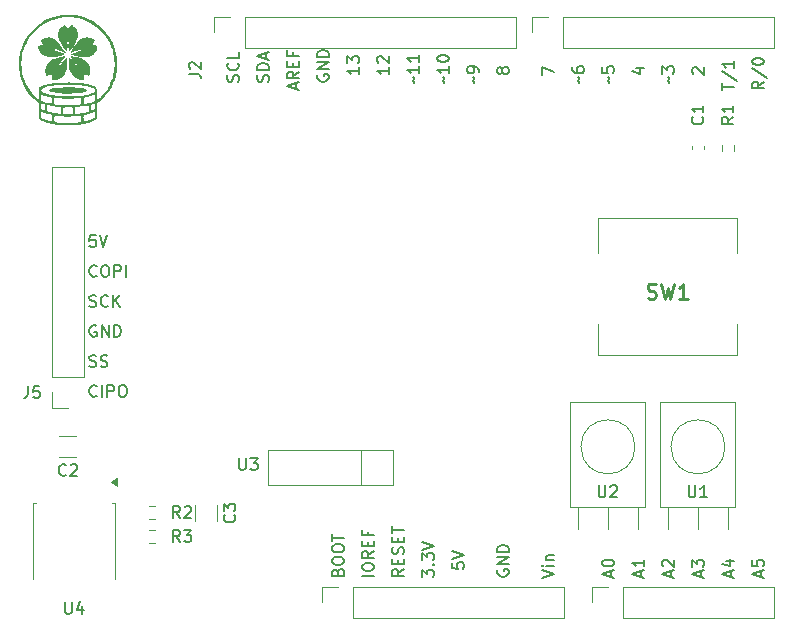
<source format=gbr>
%TF.GenerationSoftware,KiCad,Pcbnew,9.0.6*%
%TF.CreationDate,2025-10-31T21:19:26+09:00*%
%TF.ProjectId,LogAttSheild,4c6f6741-7474-4536-9865-696c642e6b69,rev?*%
%TF.SameCoordinates,Original*%
%TF.FileFunction,Legend,Top*%
%TF.FilePolarity,Positive*%
%FSLAX46Y46*%
G04 Gerber Fmt 4.6, Leading zero omitted, Abs format (unit mm)*
G04 Created by KiCad (PCBNEW 9.0.6) date 2025-10-31 21:19:26*
%MOMM*%
%LPD*%
G01*
G04 APERTURE LIST*
%ADD10C,0.150000*%
%ADD11C,0.254000*%
%ADD12C,0.000000*%
%ADD13C,0.120000*%
%ADD14C,0.100000*%
G04 APERTURE END LIST*
D10*
X106893160Y-72390200D02*
X107036017Y-72437819D01*
X107036017Y-72437819D02*
X107274112Y-72437819D01*
X107274112Y-72437819D02*
X107369350Y-72390200D01*
X107369350Y-72390200D02*
X107416969Y-72342580D01*
X107416969Y-72342580D02*
X107464588Y-72247342D01*
X107464588Y-72247342D02*
X107464588Y-72152104D01*
X107464588Y-72152104D02*
X107416969Y-72056866D01*
X107416969Y-72056866D02*
X107369350Y-72009247D01*
X107369350Y-72009247D02*
X107274112Y-71961628D01*
X107274112Y-71961628D02*
X107083636Y-71914009D01*
X107083636Y-71914009D02*
X106988398Y-71866390D01*
X106988398Y-71866390D02*
X106940779Y-71818771D01*
X106940779Y-71818771D02*
X106893160Y-71723533D01*
X106893160Y-71723533D02*
X106893160Y-71628295D01*
X106893160Y-71628295D02*
X106940779Y-71533057D01*
X106940779Y-71533057D02*
X106988398Y-71485438D01*
X106988398Y-71485438D02*
X107083636Y-71437819D01*
X107083636Y-71437819D02*
X107321731Y-71437819D01*
X107321731Y-71437819D02*
X107464588Y-71485438D01*
X108464588Y-72342580D02*
X108416969Y-72390200D01*
X108416969Y-72390200D02*
X108274112Y-72437819D01*
X108274112Y-72437819D02*
X108178874Y-72437819D01*
X108178874Y-72437819D02*
X108036017Y-72390200D01*
X108036017Y-72390200D02*
X107940779Y-72294961D01*
X107940779Y-72294961D02*
X107893160Y-72199723D01*
X107893160Y-72199723D02*
X107845541Y-72009247D01*
X107845541Y-72009247D02*
X107845541Y-71866390D01*
X107845541Y-71866390D02*
X107893160Y-71675914D01*
X107893160Y-71675914D02*
X107940779Y-71580676D01*
X107940779Y-71580676D02*
X108036017Y-71485438D01*
X108036017Y-71485438D02*
X108178874Y-71437819D01*
X108178874Y-71437819D02*
X108274112Y-71437819D01*
X108274112Y-71437819D02*
X108416969Y-71485438D01*
X108416969Y-71485438D02*
X108464588Y-71533057D01*
X108893160Y-72437819D02*
X108893160Y-71437819D01*
X109464588Y-72437819D02*
X109036017Y-71866390D01*
X109464588Y-71437819D02*
X108893160Y-72009247D01*
X107512207Y-79962580D02*
X107464588Y-80010200D01*
X107464588Y-80010200D02*
X107321731Y-80057819D01*
X107321731Y-80057819D02*
X107226493Y-80057819D01*
X107226493Y-80057819D02*
X107083636Y-80010200D01*
X107083636Y-80010200D02*
X106988398Y-79914961D01*
X106988398Y-79914961D02*
X106940779Y-79819723D01*
X106940779Y-79819723D02*
X106893160Y-79629247D01*
X106893160Y-79629247D02*
X106893160Y-79486390D01*
X106893160Y-79486390D02*
X106940779Y-79295914D01*
X106940779Y-79295914D02*
X106988398Y-79200676D01*
X106988398Y-79200676D02*
X107083636Y-79105438D01*
X107083636Y-79105438D02*
X107226493Y-79057819D01*
X107226493Y-79057819D02*
X107321731Y-79057819D01*
X107321731Y-79057819D02*
X107464588Y-79105438D01*
X107464588Y-79105438D02*
X107512207Y-79153057D01*
X107940779Y-80057819D02*
X107940779Y-79057819D01*
X108416969Y-80057819D02*
X108416969Y-79057819D01*
X108416969Y-79057819D02*
X108797921Y-79057819D01*
X108797921Y-79057819D02*
X108893159Y-79105438D01*
X108893159Y-79105438D02*
X108940778Y-79153057D01*
X108940778Y-79153057D02*
X108988397Y-79248295D01*
X108988397Y-79248295D02*
X108988397Y-79391152D01*
X108988397Y-79391152D02*
X108940778Y-79486390D01*
X108940778Y-79486390D02*
X108893159Y-79534009D01*
X108893159Y-79534009D02*
X108797921Y-79581628D01*
X108797921Y-79581628D02*
X108416969Y-79581628D01*
X109607445Y-79057819D02*
X109797921Y-79057819D01*
X109797921Y-79057819D02*
X109893159Y-79105438D01*
X109893159Y-79105438D02*
X109988397Y-79200676D01*
X109988397Y-79200676D02*
X110036016Y-79391152D01*
X110036016Y-79391152D02*
X110036016Y-79724485D01*
X110036016Y-79724485D02*
X109988397Y-79914961D01*
X109988397Y-79914961D02*
X109893159Y-80010200D01*
X109893159Y-80010200D02*
X109797921Y-80057819D01*
X109797921Y-80057819D02*
X109607445Y-80057819D01*
X109607445Y-80057819D02*
X109512207Y-80010200D01*
X109512207Y-80010200D02*
X109416969Y-79914961D01*
X109416969Y-79914961D02*
X109369350Y-79724485D01*
X109369350Y-79724485D02*
X109369350Y-79391152D01*
X109369350Y-79391152D02*
X109416969Y-79200676D01*
X109416969Y-79200676D02*
X109512207Y-79105438D01*
X109512207Y-79105438D02*
X109607445Y-79057819D01*
X106893160Y-77470200D02*
X107036017Y-77517819D01*
X107036017Y-77517819D02*
X107274112Y-77517819D01*
X107274112Y-77517819D02*
X107369350Y-77470200D01*
X107369350Y-77470200D02*
X107416969Y-77422580D01*
X107416969Y-77422580D02*
X107464588Y-77327342D01*
X107464588Y-77327342D02*
X107464588Y-77232104D01*
X107464588Y-77232104D02*
X107416969Y-77136866D01*
X107416969Y-77136866D02*
X107369350Y-77089247D01*
X107369350Y-77089247D02*
X107274112Y-77041628D01*
X107274112Y-77041628D02*
X107083636Y-76994009D01*
X107083636Y-76994009D02*
X106988398Y-76946390D01*
X106988398Y-76946390D02*
X106940779Y-76898771D01*
X106940779Y-76898771D02*
X106893160Y-76803533D01*
X106893160Y-76803533D02*
X106893160Y-76708295D01*
X106893160Y-76708295D02*
X106940779Y-76613057D01*
X106940779Y-76613057D02*
X106988398Y-76565438D01*
X106988398Y-76565438D02*
X107083636Y-76517819D01*
X107083636Y-76517819D02*
X107321731Y-76517819D01*
X107321731Y-76517819D02*
X107464588Y-76565438D01*
X107845541Y-77470200D02*
X107988398Y-77517819D01*
X107988398Y-77517819D02*
X108226493Y-77517819D01*
X108226493Y-77517819D02*
X108321731Y-77470200D01*
X108321731Y-77470200D02*
X108369350Y-77422580D01*
X108369350Y-77422580D02*
X108416969Y-77327342D01*
X108416969Y-77327342D02*
X108416969Y-77232104D01*
X108416969Y-77232104D02*
X108369350Y-77136866D01*
X108369350Y-77136866D02*
X108321731Y-77089247D01*
X108321731Y-77089247D02*
X108226493Y-77041628D01*
X108226493Y-77041628D02*
X108036017Y-76994009D01*
X108036017Y-76994009D02*
X107940779Y-76946390D01*
X107940779Y-76946390D02*
X107893160Y-76898771D01*
X107893160Y-76898771D02*
X107845541Y-76803533D01*
X107845541Y-76803533D02*
X107845541Y-76708295D01*
X107845541Y-76708295D02*
X107893160Y-76613057D01*
X107893160Y-76613057D02*
X107940779Y-76565438D01*
X107940779Y-76565438D02*
X108036017Y-76517819D01*
X108036017Y-76517819D02*
X108274112Y-76517819D01*
X108274112Y-76517819D02*
X108416969Y-76565438D01*
X107464588Y-74025438D02*
X107369350Y-73977819D01*
X107369350Y-73977819D02*
X107226493Y-73977819D01*
X107226493Y-73977819D02*
X107083636Y-74025438D01*
X107083636Y-74025438D02*
X106988398Y-74120676D01*
X106988398Y-74120676D02*
X106940779Y-74215914D01*
X106940779Y-74215914D02*
X106893160Y-74406390D01*
X106893160Y-74406390D02*
X106893160Y-74549247D01*
X106893160Y-74549247D02*
X106940779Y-74739723D01*
X106940779Y-74739723D02*
X106988398Y-74834961D01*
X106988398Y-74834961D02*
X107083636Y-74930200D01*
X107083636Y-74930200D02*
X107226493Y-74977819D01*
X107226493Y-74977819D02*
X107321731Y-74977819D01*
X107321731Y-74977819D02*
X107464588Y-74930200D01*
X107464588Y-74930200D02*
X107512207Y-74882580D01*
X107512207Y-74882580D02*
X107512207Y-74549247D01*
X107512207Y-74549247D02*
X107321731Y-74549247D01*
X107940779Y-74977819D02*
X107940779Y-73977819D01*
X107940779Y-73977819D02*
X108512207Y-74977819D01*
X108512207Y-74977819D02*
X108512207Y-73977819D01*
X108988398Y-74977819D02*
X108988398Y-73977819D01*
X108988398Y-73977819D02*
X109226493Y-73977819D01*
X109226493Y-73977819D02*
X109369350Y-74025438D01*
X109369350Y-74025438D02*
X109464588Y-74120676D01*
X109464588Y-74120676D02*
X109512207Y-74215914D01*
X109512207Y-74215914D02*
X109559826Y-74406390D01*
X109559826Y-74406390D02*
X109559826Y-74549247D01*
X109559826Y-74549247D02*
X109512207Y-74739723D01*
X109512207Y-74739723D02*
X109464588Y-74834961D01*
X109464588Y-74834961D02*
X109369350Y-74930200D01*
X109369350Y-74930200D02*
X109226493Y-74977819D01*
X109226493Y-74977819D02*
X108988398Y-74977819D01*
X107512207Y-69802580D02*
X107464588Y-69850200D01*
X107464588Y-69850200D02*
X107321731Y-69897819D01*
X107321731Y-69897819D02*
X107226493Y-69897819D01*
X107226493Y-69897819D02*
X107083636Y-69850200D01*
X107083636Y-69850200D02*
X106988398Y-69754961D01*
X106988398Y-69754961D02*
X106940779Y-69659723D01*
X106940779Y-69659723D02*
X106893160Y-69469247D01*
X106893160Y-69469247D02*
X106893160Y-69326390D01*
X106893160Y-69326390D02*
X106940779Y-69135914D01*
X106940779Y-69135914D02*
X106988398Y-69040676D01*
X106988398Y-69040676D02*
X107083636Y-68945438D01*
X107083636Y-68945438D02*
X107226493Y-68897819D01*
X107226493Y-68897819D02*
X107321731Y-68897819D01*
X107321731Y-68897819D02*
X107464588Y-68945438D01*
X107464588Y-68945438D02*
X107512207Y-68993057D01*
X108131255Y-68897819D02*
X108321731Y-68897819D01*
X108321731Y-68897819D02*
X108416969Y-68945438D01*
X108416969Y-68945438D02*
X108512207Y-69040676D01*
X108512207Y-69040676D02*
X108559826Y-69231152D01*
X108559826Y-69231152D02*
X108559826Y-69564485D01*
X108559826Y-69564485D02*
X108512207Y-69754961D01*
X108512207Y-69754961D02*
X108416969Y-69850200D01*
X108416969Y-69850200D02*
X108321731Y-69897819D01*
X108321731Y-69897819D02*
X108131255Y-69897819D01*
X108131255Y-69897819D02*
X108036017Y-69850200D01*
X108036017Y-69850200D02*
X107940779Y-69754961D01*
X107940779Y-69754961D02*
X107893160Y-69564485D01*
X107893160Y-69564485D02*
X107893160Y-69231152D01*
X107893160Y-69231152D02*
X107940779Y-69040676D01*
X107940779Y-69040676D02*
X108036017Y-68945438D01*
X108036017Y-68945438D02*
X108131255Y-68897819D01*
X108988398Y-69897819D02*
X108988398Y-68897819D01*
X108988398Y-68897819D02*
X109369350Y-68897819D01*
X109369350Y-68897819D02*
X109464588Y-68945438D01*
X109464588Y-68945438D02*
X109512207Y-68993057D01*
X109512207Y-68993057D02*
X109559826Y-69088295D01*
X109559826Y-69088295D02*
X109559826Y-69231152D01*
X109559826Y-69231152D02*
X109512207Y-69326390D01*
X109512207Y-69326390D02*
X109464588Y-69374009D01*
X109464588Y-69374009D02*
X109369350Y-69421628D01*
X109369350Y-69421628D02*
X108988398Y-69421628D01*
X109988398Y-69897819D02*
X109988398Y-68897819D01*
X107416969Y-66357819D02*
X106940779Y-66357819D01*
X106940779Y-66357819D02*
X106893160Y-66834009D01*
X106893160Y-66834009D02*
X106940779Y-66786390D01*
X106940779Y-66786390D02*
X107036017Y-66738771D01*
X107036017Y-66738771D02*
X107274112Y-66738771D01*
X107274112Y-66738771D02*
X107369350Y-66786390D01*
X107369350Y-66786390D02*
X107416969Y-66834009D01*
X107416969Y-66834009D02*
X107464588Y-66929247D01*
X107464588Y-66929247D02*
X107464588Y-67167342D01*
X107464588Y-67167342D02*
X107416969Y-67262580D01*
X107416969Y-67262580D02*
X107369350Y-67310200D01*
X107369350Y-67310200D02*
X107274112Y-67357819D01*
X107274112Y-67357819D02*
X107036017Y-67357819D01*
X107036017Y-67357819D02*
X106940779Y-67310200D01*
X106940779Y-67310200D02*
X106893160Y-67262580D01*
X107750303Y-66357819D02*
X108083636Y-67357819D01*
X108083636Y-67357819D02*
X108416969Y-66357819D01*
X145224819Y-95361077D02*
X146224819Y-95027744D01*
X146224819Y-95027744D02*
X145224819Y-94694411D01*
X146224819Y-94361077D02*
X145558152Y-94361077D01*
X145224819Y-94361077D02*
X145272438Y-94408696D01*
X145272438Y-94408696D02*
X145320057Y-94361077D01*
X145320057Y-94361077D02*
X145272438Y-94313458D01*
X145272438Y-94313458D02*
X145224819Y-94361077D01*
X145224819Y-94361077D02*
X145320057Y-94361077D01*
X145558152Y-93884887D02*
X146224819Y-93884887D01*
X145653390Y-93884887D02*
X145605771Y-93837268D01*
X145605771Y-93837268D02*
X145558152Y-93742030D01*
X145558152Y-93742030D02*
X145558152Y-93599173D01*
X145558152Y-93599173D02*
X145605771Y-93503935D01*
X145605771Y-93503935D02*
X145701009Y-93456316D01*
X145701009Y-93456316D02*
X146224819Y-93456316D01*
X141462438Y-94694411D02*
X141414819Y-94789649D01*
X141414819Y-94789649D02*
X141414819Y-94932506D01*
X141414819Y-94932506D02*
X141462438Y-95075363D01*
X141462438Y-95075363D02*
X141557676Y-95170601D01*
X141557676Y-95170601D02*
X141652914Y-95218220D01*
X141652914Y-95218220D02*
X141843390Y-95265839D01*
X141843390Y-95265839D02*
X141986247Y-95265839D01*
X141986247Y-95265839D02*
X142176723Y-95218220D01*
X142176723Y-95218220D02*
X142271961Y-95170601D01*
X142271961Y-95170601D02*
X142367200Y-95075363D01*
X142367200Y-95075363D02*
X142414819Y-94932506D01*
X142414819Y-94932506D02*
X142414819Y-94837268D01*
X142414819Y-94837268D02*
X142367200Y-94694411D01*
X142367200Y-94694411D02*
X142319580Y-94646792D01*
X142319580Y-94646792D02*
X141986247Y-94646792D01*
X141986247Y-94646792D02*
X141986247Y-94837268D01*
X142414819Y-94218220D02*
X141414819Y-94218220D01*
X141414819Y-94218220D02*
X142414819Y-93646792D01*
X142414819Y-93646792D02*
X141414819Y-93646792D01*
X142414819Y-93170601D02*
X141414819Y-93170601D01*
X141414819Y-93170601D02*
X141414819Y-92932506D01*
X141414819Y-92932506D02*
X141462438Y-92789649D01*
X141462438Y-92789649D02*
X141557676Y-92694411D01*
X141557676Y-92694411D02*
X141652914Y-92646792D01*
X141652914Y-92646792D02*
X141843390Y-92599173D01*
X141843390Y-92599173D02*
X141986247Y-92599173D01*
X141986247Y-92599173D02*
X142176723Y-92646792D01*
X142176723Y-92646792D02*
X142271961Y-92694411D01*
X142271961Y-92694411D02*
X142367200Y-92789649D01*
X142367200Y-92789649D02*
X142414819Y-92932506D01*
X142414819Y-92932506D02*
X142414819Y-93170601D01*
X137604819Y-94107030D02*
X137604819Y-94583220D01*
X137604819Y-94583220D02*
X138081009Y-94630839D01*
X138081009Y-94630839D02*
X138033390Y-94583220D01*
X138033390Y-94583220D02*
X137985771Y-94487982D01*
X137985771Y-94487982D02*
X137985771Y-94249887D01*
X137985771Y-94249887D02*
X138033390Y-94154649D01*
X138033390Y-94154649D02*
X138081009Y-94107030D01*
X138081009Y-94107030D02*
X138176247Y-94059411D01*
X138176247Y-94059411D02*
X138414342Y-94059411D01*
X138414342Y-94059411D02*
X138509580Y-94107030D01*
X138509580Y-94107030D02*
X138557200Y-94154649D01*
X138557200Y-94154649D02*
X138604819Y-94249887D01*
X138604819Y-94249887D02*
X138604819Y-94487982D01*
X138604819Y-94487982D02*
X138557200Y-94583220D01*
X138557200Y-94583220D02*
X138509580Y-94630839D01*
X137604819Y-93773696D02*
X138604819Y-93440363D01*
X138604819Y-93440363D02*
X137604819Y-93107030D01*
X135064819Y-95313458D02*
X135064819Y-94694411D01*
X135064819Y-94694411D02*
X135445771Y-95027744D01*
X135445771Y-95027744D02*
X135445771Y-94884887D01*
X135445771Y-94884887D02*
X135493390Y-94789649D01*
X135493390Y-94789649D02*
X135541009Y-94742030D01*
X135541009Y-94742030D02*
X135636247Y-94694411D01*
X135636247Y-94694411D02*
X135874342Y-94694411D01*
X135874342Y-94694411D02*
X135969580Y-94742030D01*
X135969580Y-94742030D02*
X136017200Y-94789649D01*
X136017200Y-94789649D02*
X136064819Y-94884887D01*
X136064819Y-94884887D02*
X136064819Y-95170601D01*
X136064819Y-95170601D02*
X136017200Y-95265839D01*
X136017200Y-95265839D02*
X135969580Y-95313458D01*
X135969580Y-94265839D02*
X136017200Y-94218220D01*
X136017200Y-94218220D02*
X136064819Y-94265839D01*
X136064819Y-94265839D02*
X136017200Y-94313458D01*
X136017200Y-94313458D02*
X135969580Y-94265839D01*
X135969580Y-94265839D02*
X136064819Y-94265839D01*
X135064819Y-93884887D02*
X135064819Y-93265840D01*
X135064819Y-93265840D02*
X135445771Y-93599173D01*
X135445771Y-93599173D02*
X135445771Y-93456316D01*
X135445771Y-93456316D02*
X135493390Y-93361078D01*
X135493390Y-93361078D02*
X135541009Y-93313459D01*
X135541009Y-93313459D02*
X135636247Y-93265840D01*
X135636247Y-93265840D02*
X135874342Y-93265840D01*
X135874342Y-93265840D02*
X135969580Y-93313459D01*
X135969580Y-93313459D02*
X136017200Y-93361078D01*
X136017200Y-93361078D02*
X136064819Y-93456316D01*
X136064819Y-93456316D02*
X136064819Y-93742030D01*
X136064819Y-93742030D02*
X136017200Y-93837268D01*
X136017200Y-93837268D02*
X135969580Y-93884887D01*
X135064819Y-92980125D02*
X136064819Y-92646792D01*
X136064819Y-92646792D02*
X135064819Y-92313459D01*
X133524819Y-94646792D02*
X133048628Y-94980125D01*
X133524819Y-95218220D02*
X132524819Y-95218220D01*
X132524819Y-95218220D02*
X132524819Y-94837268D01*
X132524819Y-94837268D02*
X132572438Y-94742030D01*
X132572438Y-94742030D02*
X132620057Y-94694411D01*
X132620057Y-94694411D02*
X132715295Y-94646792D01*
X132715295Y-94646792D02*
X132858152Y-94646792D01*
X132858152Y-94646792D02*
X132953390Y-94694411D01*
X132953390Y-94694411D02*
X133001009Y-94742030D01*
X133001009Y-94742030D02*
X133048628Y-94837268D01*
X133048628Y-94837268D02*
X133048628Y-95218220D01*
X133001009Y-94218220D02*
X133001009Y-93884887D01*
X133524819Y-93742030D02*
X133524819Y-94218220D01*
X133524819Y-94218220D02*
X132524819Y-94218220D01*
X132524819Y-94218220D02*
X132524819Y-93742030D01*
X133477200Y-93361077D02*
X133524819Y-93218220D01*
X133524819Y-93218220D02*
X133524819Y-92980125D01*
X133524819Y-92980125D02*
X133477200Y-92884887D01*
X133477200Y-92884887D02*
X133429580Y-92837268D01*
X133429580Y-92837268D02*
X133334342Y-92789649D01*
X133334342Y-92789649D02*
X133239104Y-92789649D01*
X133239104Y-92789649D02*
X133143866Y-92837268D01*
X133143866Y-92837268D02*
X133096247Y-92884887D01*
X133096247Y-92884887D02*
X133048628Y-92980125D01*
X133048628Y-92980125D02*
X133001009Y-93170601D01*
X133001009Y-93170601D02*
X132953390Y-93265839D01*
X132953390Y-93265839D02*
X132905771Y-93313458D01*
X132905771Y-93313458D02*
X132810533Y-93361077D01*
X132810533Y-93361077D02*
X132715295Y-93361077D01*
X132715295Y-93361077D02*
X132620057Y-93313458D01*
X132620057Y-93313458D02*
X132572438Y-93265839D01*
X132572438Y-93265839D02*
X132524819Y-93170601D01*
X132524819Y-93170601D02*
X132524819Y-92932506D01*
X132524819Y-92932506D02*
X132572438Y-92789649D01*
X133001009Y-92361077D02*
X133001009Y-92027744D01*
X133524819Y-91884887D02*
X133524819Y-92361077D01*
X133524819Y-92361077D02*
X132524819Y-92361077D01*
X132524819Y-92361077D02*
X132524819Y-91884887D01*
X132524819Y-91599172D02*
X132524819Y-91027744D01*
X133524819Y-91313458D02*
X132524819Y-91313458D01*
X130984819Y-95218220D02*
X129984819Y-95218220D01*
X129984819Y-94551554D02*
X129984819Y-94361078D01*
X129984819Y-94361078D02*
X130032438Y-94265840D01*
X130032438Y-94265840D02*
X130127676Y-94170602D01*
X130127676Y-94170602D02*
X130318152Y-94122983D01*
X130318152Y-94122983D02*
X130651485Y-94122983D01*
X130651485Y-94122983D02*
X130841961Y-94170602D01*
X130841961Y-94170602D02*
X130937200Y-94265840D01*
X130937200Y-94265840D02*
X130984819Y-94361078D01*
X130984819Y-94361078D02*
X130984819Y-94551554D01*
X130984819Y-94551554D02*
X130937200Y-94646792D01*
X130937200Y-94646792D02*
X130841961Y-94742030D01*
X130841961Y-94742030D02*
X130651485Y-94789649D01*
X130651485Y-94789649D02*
X130318152Y-94789649D01*
X130318152Y-94789649D02*
X130127676Y-94742030D01*
X130127676Y-94742030D02*
X130032438Y-94646792D01*
X130032438Y-94646792D02*
X129984819Y-94551554D01*
X130984819Y-93122983D02*
X130508628Y-93456316D01*
X130984819Y-93694411D02*
X129984819Y-93694411D01*
X129984819Y-93694411D02*
X129984819Y-93313459D01*
X129984819Y-93313459D02*
X130032438Y-93218221D01*
X130032438Y-93218221D02*
X130080057Y-93170602D01*
X130080057Y-93170602D02*
X130175295Y-93122983D01*
X130175295Y-93122983D02*
X130318152Y-93122983D01*
X130318152Y-93122983D02*
X130413390Y-93170602D01*
X130413390Y-93170602D02*
X130461009Y-93218221D01*
X130461009Y-93218221D02*
X130508628Y-93313459D01*
X130508628Y-93313459D02*
X130508628Y-93694411D01*
X130461009Y-92694411D02*
X130461009Y-92361078D01*
X130984819Y-92218221D02*
X130984819Y-92694411D01*
X130984819Y-92694411D02*
X129984819Y-92694411D01*
X129984819Y-92694411D02*
X129984819Y-92218221D01*
X130461009Y-91456316D02*
X130461009Y-91789649D01*
X130984819Y-91789649D02*
X129984819Y-91789649D01*
X129984819Y-91789649D02*
X129984819Y-91313459D01*
X127921009Y-94884887D02*
X127968628Y-94742030D01*
X127968628Y-94742030D02*
X128016247Y-94694411D01*
X128016247Y-94694411D02*
X128111485Y-94646792D01*
X128111485Y-94646792D02*
X128254342Y-94646792D01*
X128254342Y-94646792D02*
X128349580Y-94694411D01*
X128349580Y-94694411D02*
X128397200Y-94742030D01*
X128397200Y-94742030D02*
X128444819Y-94837268D01*
X128444819Y-94837268D02*
X128444819Y-95218220D01*
X128444819Y-95218220D02*
X127444819Y-95218220D01*
X127444819Y-95218220D02*
X127444819Y-94884887D01*
X127444819Y-94884887D02*
X127492438Y-94789649D01*
X127492438Y-94789649D02*
X127540057Y-94742030D01*
X127540057Y-94742030D02*
X127635295Y-94694411D01*
X127635295Y-94694411D02*
X127730533Y-94694411D01*
X127730533Y-94694411D02*
X127825771Y-94742030D01*
X127825771Y-94742030D02*
X127873390Y-94789649D01*
X127873390Y-94789649D02*
X127921009Y-94884887D01*
X127921009Y-94884887D02*
X127921009Y-95218220D01*
X127444819Y-94027744D02*
X127444819Y-93837268D01*
X127444819Y-93837268D02*
X127492438Y-93742030D01*
X127492438Y-93742030D02*
X127587676Y-93646792D01*
X127587676Y-93646792D02*
X127778152Y-93599173D01*
X127778152Y-93599173D02*
X128111485Y-93599173D01*
X128111485Y-93599173D02*
X128301961Y-93646792D01*
X128301961Y-93646792D02*
X128397200Y-93742030D01*
X128397200Y-93742030D02*
X128444819Y-93837268D01*
X128444819Y-93837268D02*
X128444819Y-94027744D01*
X128444819Y-94027744D02*
X128397200Y-94122982D01*
X128397200Y-94122982D02*
X128301961Y-94218220D01*
X128301961Y-94218220D02*
X128111485Y-94265839D01*
X128111485Y-94265839D02*
X127778152Y-94265839D01*
X127778152Y-94265839D02*
X127587676Y-94218220D01*
X127587676Y-94218220D02*
X127492438Y-94122982D01*
X127492438Y-94122982D02*
X127444819Y-94027744D01*
X127444819Y-92980125D02*
X127444819Y-92789649D01*
X127444819Y-92789649D02*
X127492438Y-92694411D01*
X127492438Y-92694411D02*
X127587676Y-92599173D01*
X127587676Y-92599173D02*
X127778152Y-92551554D01*
X127778152Y-92551554D02*
X128111485Y-92551554D01*
X128111485Y-92551554D02*
X128301961Y-92599173D01*
X128301961Y-92599173D02*
X128397200Y-92694411D01*
X128397200Y-92694411D02*
X128444819Y-92789649D01*
X128444819Y-92789649D02*
X128444819Y-92980125D01*
X128444819Y-92980125D02*
X128397200Y-93075363D01*
X128397200Y-93075363D02*
X128301961Y-93170601D01*
X128301961Y-93170601D02*
X128111485Y-93218220D01*
X128111485Y-93218220D02*
X127778152Y-93218220D01*
X127778152Y-93218220D02*
X127587676Y-93170601D01*
X127587676Y-93170601D02*
X127492438Y-93075363D01*
X127492438Y-93075363D02*
X127444819Y-92980125D01*
X127444819Y-92265839D02*
X127444819Y-91694411D01*
X128444819Y-91980125D02*
X127444819Y-91980125D01*
X163719104Y-95265839D02*
X163719104Y-94789649D01*
X164004819Y-95361077D02*
X163004819Y-95027744D01*
X163004819Y-95027744D02*
X164004819Y-94694411D01*
X163004819Y-93884887D02*
X163004819Y-94361077D01*
X163004819Y-94361077D02*
X163481009Y-94408696D01*
X163481009Y-94408696D02*
X163433390Y-94361077D01*
X163433390Y-94361077D02*
X163385771Y-94265839D01*
X163385771Y-94265839D02*
X163385771Y-94027744D01*
X163385771Y-94027744D02*
X163433390Y-93932506D01*
X163433390Y-93932506D02*
X163481009Y-93884887D01*
X163481009Y-93884887D02*
X163576247Y-93837268D01*
X163576247Y-93837268D02*
X163814342Y-93837268D01*
X163814342Y-93837268D02*
X163909580Y-93884887D01*
X163909580Y-93884887D02*
X163957200Y-93932506D01*
X163957200Y-93932506D02*
X164004819Y-94027744D01*
X164004819Y-94027744D02*
X164004819Y-94265839D01*
X164004819Y-94265839D02*
X163957200Y-94361077D01*
X163957200Y-94361077D02*
X163909580Y-94408696D01*
X161179104Y-95265839D02*
X161179104Y-94789649D01*
X161464819Y-95361077D02*
X160464819Y-95027744D01*
X160464819Y-95027744D02*
X161464819Y-94694411D01*
X160798152Y-93932506D02*
X161464819Y-93932506D01*
X160417200Y-94170601D02*
X161131485Y-94408696D01*
X161131485Y-94408696D02*
X161131485Y-93789649D01*
X158639104Y-95265839D02*
X158639104Y-94789649D01*
X158924819Y-95361077D02*
X157924819Y-95027744D01*
X157924819Y-95027744D02*
X158924819Y-94694411D01*
X157924819Y-94456315D02*
X157924819Y-93837268D01*
X157924819Y-93837268D02*
X158305771Y-94170601D01*
X158305771Y-94170601D02*
X158305771Y-94027744D01*
X158305771Y-94027744D02*
X158353390Y-93932506D01*
X158353390Y-93932506D02*
X158401009Y-93884887D01*
X158401009Y-93884887D02*
X158496247Y-93837268D01*
X158496247Y-93837268D02*
X158734342Y-93837268D01*
X158734342Y-93837268D02*
X158829580Y-93884887D01*
X158829580Y-93884887D02*
X158877200Y-93932506D01*
X158877200Y-93932506D02*
X158924819Y-94027744D01*
X158924819Y-94027744D02*
X158924819Y-94313458D01*
X158924819Y-94313458D02*
X158877200Y-94408696D01*
X158877200Y-94408696D02*
X158829580Y-94456315D01*
X156099104Y-95265839D02*
X156099104Y-94789649D01*
X156384819Y-95361077D02*
X155384819Y-95027744D01*
X155384819Y-95027744D02*
X156384819Y-94694411D01*
X155480057Y-94408696D02*
X155432438Y-94361077D01*
X155432438Y-94361077D02*
X155384819Y-94265839D01*
X155384819Y-94265839D02*
X155384819Y-94027744D01*
X155384819Y-94027744D02*
X155432438Y-93932506D01*
X155432438Y-93932506D02*
X155480057Y-93884887D01*
X155480057Y-93884887D02*
X155575295Y-93837268D01*
X155575295Y-93837268D02*
X155670533Y-93837268D01*
X155670533Y-93837268D02*
X155813390Y-93884887D01*
X155813390Y-93884887D02*
X156384819Y-94456315D01*
X156384819Y-94456315D02*
X156384819Y-93837268D01*
X153559104Y-95265839D02*
X153559104Y-94789649D01*
X153844819Y-95361077D02*
X152844819Y-95027744D01*
X152844819Y-95027744D02*
X153844819Y-94694411D01*
X153844819Y-93837268D02*
X153844819Y-94408696D01*
X153844819Y-94122982D02*
X152844819Y-94122982D01*
X152844819Y-94122982D02*
X152987676Y-94218220D01*
X152987676Y-94218220D02*
X153082914Y-94313458D01*
X153082914Y-94313458D02*
X153130533Y-94408696D01*
X151019104Y-95265839D02*
X151019104Y-94789649D01*
X151304819Y-95361077D02*
X150304819Y-95027744D01*
X150304819Y-95027744D02*
X151304819Y-94694411D01*
X150304819Y-94170601D02*
X150304819Y-94075363D01*
X150304819Y-94075363D02*
X150352438Y-93980125D01*
X150352438Y-93980125D02*
X150400057Y-93932506D01*
X150400057Y-93932506D02*
X150495295Y-93884887D01*
X150495295Y-93884887D02*
X150685771Y-93837268D01*
X150685771Y-93837268D02*
X150923866Y-93837268D01*
X150923866Y-93837268D02*
X151114342Y-93884887D01*
X151114342Y-93884887D02*
X151209580Y-93932506D01*
X151209580Y-93932506D02*
X151257200Y-93980125D01*
X151257200Y-93980125D02*
X151304819Y-94075363D01*
X151304819Y-94075363D02*
X151304819Y-94170601D01*
X151304819Y-94170601D02*
X151257200Y-94265839D01*
X151257200Y-94265839D02*
X151209580Y-94313458D01*
X151209580Y-94313458D02*
X151114342Y-94361077D01*
X151114342Y-94361077D02*
X150923866Y-94408696D01*
X150923866Y-94408696D02*
X150685771Y-94408696D01*
X150685771Y-94408696D02*
X150495295Y-94361077D01*
X150495295Y-94361077D02*
X150400057Y-94313458D01*
X150400057Y-94313458D02*
X150352438Y-94265839D01*
X150352438Y-94265839D02*
X150304819Y-94170601D01*
X119507200Y-53355839D02*
X119554819Y-53212982D01*
X119554819Y-53212982D02*
X119554819Y-52974887D01*
X119554819Y-52974887D02*
X119507200Y-52879649D01*
X119507200Y-52879649D02*
X119459580Y-52832030D01*
X119459580Y-52832030D02*
X119364342Y-52784411D01*
X119364342Y-52784411D02*
X119269104Y-52784411D01*
X119269104Y-52784411D02*
X119173866Y-52832030D01*
X119173866Y-52832030D02*
X119126247Y-52879649D01*
X119126247Y-52879649D02*
X119078628Y-52974887D01*
X119078628Y-52974887D02*
X119031009Y-53165363D01*
X119031009Y-53165363D02*
X118983390Y-53260601D01*
X118983390Y-53260601D02*
X118935771Y-53308220D01*
X118935771Y-53308220D02*
X118840533Y-53355839D01*
X118840533Y-53355839D02*
X118745295Y-53355839D01*
X118745295Y-53355839D02*
X118650057Y-53308220D01*
X118650057Y-53308220D02*
X118602438Y-53260601D01*
X118602438Y-53260601D02*
X118554819Y-53165363D01*
X118554819Y-53165363D02*
X118554819Y-52927268D01*
X118554819Y-52927268D02*
X118602438Y-52784411D01*
X119459580Y-51784411D02*
X119507200Y-51832030D01*
X119507200Y-51832030D02*
X119554819Y-51974887D01*
X119554819Y-51974887D02*
X119554819Y-52070125D01*
X119554819Y-52070125D02*
X119507200Y-52212982D01*
X119507200Y-52212982D02*
X119411961Y-52308220D01*
X119411961Y-52308220D02*
X119316723Y-52355839D01*
X119316723Y-52355839D02*
X119126247Y-52403458D01*
X119126247Y-52403458D02*
X118983390Y-52403458D01*
X118983390Y-52403458D02*
X118792914Y-52355839D01*
X118792914Y-52355839D02*
X118697676Y-52308220D01*
X118697676Y-52308220D02*
X118602438Y-52212982D01*
X118602438Y-52212982D02*
X118554819Y-52070125D01*
X118554819Y-52070125D02*
X118554819Y-51974887D01*
X118554819Y-51974887D02*
X118602438Y-51832030D01*
X118602438Y-51832030D02*
X118650057Y-51784411D01*
X119554819Y-50879649D02*
X119554819Y-51355839D01*
X119554819Y-51355839D02*
X118554819Y-51355839D01*
X122047200Y-53355839D02*
X122094819Y-53212982D01*
X122094819Y-53212982D02*
X122094819Y-52974887D01*
X122094819Y-52974887D02*
X122047200Y-52879649D01*
X122047200Y-52879649D02*
X121999580Y-52832030D01*
X121999580Y-52832030D02*
X121904342Y-52784411D01*
X121904342Y-52784411D02*
X121809104Y-52784411D01*
X121809104Y-52784411D02*
X121713866Y-52832030D01*
X121713866Y-52832030D02*
X121666247Y-52879649D01*
X121666247Y-52879649D02*
X121618628Y-52974887D01*
X121618628Y-52974887D02*
X121571009Y-53165363D01*
X121571009Y-53165363D02*
X121523390Y-53260601D01*
X121523390Y-53260601D02*
X121475771Y-53308220D01*
X121475771Y-53308220D02*
X121380533Y-53355839D01*
X121380533Y-53355839D02*
X121285295Y-53355839D01*
X121285295Y-53355839D02*
X121190057Y-53308220D01*
X121190057Y-53308220D02*
X121142438Y-53260601D01*
X121142438Y-53260601D02*
X121094819Y-53165363D01*
X121094819Y-53165363D02*
X121094819Y-52927268D01*
X121094819Y-52927268D02*
X121142438Y-52784411D01*
X122094819Y-52355839D02*
X121094819Y-52355839D01*
X121094819Y-52355839D02*
X121094819Y-52117744D01*
X121094819Y-52117744D02*
X121142438Y-51974887D01*
X121142438Y-51974887D02*
X121237676Y-51879649D01*
X121237676Y-51879649D02*
X121332914Y-51832030D01*
X121332914Y-51832030D02*
X121523390Y-51784411D01*
X121523390Y-51784411D02*
X121666247Y-51784411D01*
X121666247Y-51784411D02*
X121856723Y-51832030D01*
X121856723Y-51832030D02*
X121951961Y-51879649D01*
X121951961Y-51879649D02*
X122047200Y-51974887D01*
X122047200Y-51974887D02*
X122094819Y-52117744D01*
X122094819Y-52117744D02*
X122094819Y-52355839D01*
X121809104Y-51403458D02*
X121809104Y-50927268D01*
X122094819Y-51498696D02*
X121094819Y-51165363D01*
X121094819Y-51165363D02*
X122094819Y-50832030D01*
X124349104Y-53990839D02*
X124349104Y-53514649D01*
X124634819Y-54086077D02*
X123634819Y-53752744D01*
X123634819Y-53752744D02*
X124634819Y-53419411D01*
X124634819Y-52514649D02*
X124158628Y-52847982D01*
X124634819Y-53086077D02*
X123634819Y-53086077D01*
X123634819Y-53086077D02*
X123634819Y-52705125D01*
X123634819Y-52705125D02*
X123682438Y-52609887D01*
X123682438Y-52609887D02*
X123730057Y-52562268D01*
X123730057Y-52562268D02*
X123825295Y-52514649D01*
X123825295Y-52514649D02*
X123968152Y-52514649D01*
X123968152Y-52514649D02*
X124063390Y-52562268D01*
X124063390Y-52562268D02*
X124111009Y-52609887D01*
X124111009Y-52609887D02*
X124158628Y-52705125D01*
X124158628Y-52705125D02*
X124158628Y-53086077D01*
X124111009Y-52086077D02*
X124111009Y-51752744D01*
X124634819Y-51609887D02*
X124634819Y-52086077D01*
X124634819Y-52086077D02*
X123634819Y-52086077D01*
X123634819Y-52086077D02*
X123634819Y-51609887D01*
X124111009Y-50847982D02*
X124111009Y-51181315D01*
X124634819Y-51181315D02*
X123634819Y-51181315D01*
X123634819Y-51181315D02*
X123634819Y-50705125D01*
X126222438Y-52784411D02*
X126174819Y-52879649D01*
X126174819Y-52879649D02*
X126174819Y-53022506D01*
X126174819Y-53022506D02*
X126222438Y-53165363D01*
X126222438Y-53165363D02*
X126317676Y-53260601D01*
X126317676Y-53260601D02*
X126412914Y-53308220D01*
X126412914Y-53308220D02*
X126603390Y-53355839D01*
X126603390Y-53355839D02*
X126746247Y-53355839D01*
X126746247Y-53355839D02*
X126936723Y-53308220D01*
X126936723Y-53308220D02*
X127031961Y-53260601D01*
X127031961Y-53260601D02*
X127127200Y-53165363D01*
X127127200Y-53165363D02*
X127174819Y-53022506D01*
X127174819Y-53022506D02*
X127174819Y-52927268D01*
X127174819Y-52927268D02*
X127127200Y-52784411D01*
X127127200Y-52784411D02*
X127079580Y-52736792D01*
X127079580Y-52736792D02*
X126746247Y-52736792D01*
X126746247Y-52736792D02*
X126746247Y-52927268D01*
X127174819Y-52308220D02*
X126174819Y-52308220D01*
X126174819Y-52308220D02*
X127174819Y-51736792D01*
X127174819Y-51736792D02*
X126174819Y-51736792D01*
X127174819Y-51260601D02*
X126174819Y-51260601D01*
X126174819Y-51260601D02*
X126174819Y-51022506D01*
X126174819Y-51022506D02*
X126222438Y-50879649D01*
X126222438Y-50879649D02*
X126317676Y-50784411D01*
X126317676Y-50784411D02*
X126412914Y-50736792D01*
X126412914Y-50736792D02*
X126603390Y-50689173D01*
X126603390Y-50689173D02*
X126746247Y-50689173D01*
X126746247Y-50689173D02*
X126936723Y-50736792D01*
X126936723Y-50736792D02*
X127031961Y-50784411D01*
X127031961Y-50784411D02*
X127127200Y-50879649D01*
X127127200Y-50879649D02*
X127174819Y-51022506D01*
X127174819Y-51022506D02*
X127174819Y-51260601D01*
X129714819Y-52149411D02*
X129714819Y-52720839D01*
X129714819Y-52435125D02*
X128714819Y-52435125D01*
X128714819Y-52435125D02*
X128857676Y-52530363D01*
X128857676Y-52530363D02*
X128952914Y-52625601D01*
X128952914Y-52625601D02*
X129000533Y-52720839D01*
X128714819Y-51816077D02*
X128714819Y-51197030D01*
X128714819Y-51197030D02*
X129095771Y-51530363D01*
X129095771Y-51530363D02*
X129095771Y-51387506D01*
X129095771Y-51387506D02*
X129143390Y-51292268D01*
X129143390Y-51292268D02*
X129191009Y-51244649D01*
X129191009Y-51244649D02*
X129286247Y-51197030D01*
X129286247Y-51197030D02*
X129524342Y-51197030D01*
X129524342Y-51197030D02*
X129619580Y-51244649D01*
X129619580Y-51244649D02*
X129667200Y-51292268D01*
X129667200Y-51292268D02*
X129714819Y-51387506D01*
X129714819Y-51387506D02*
X129714819Y-51673220D01*
X129714819Y-51673220D02*
X129667200Y-51768458D01*
X129667200Y-51768458D02*
X129619580Y-51816077D01*
X132254819Y-52149411D02*
X132254819Y-52720839D01*
X132254819Y-52435125D02*
X131254819Y-52435125D01*
X131254819Y-52435125D02*
X131397676Y-52530363D01*
X131397676Y-52530363D02*
X131492914Y-52625601D01*
X131492914Y-52625601D02*
X131540533Y-52720839D01*
X131350057Y-51768458D02*
X131302438Y-51720839D01*
X131302438Y-51720839D02*
X131254819Y-51625601D01*
X131254819Y-51625601D02*
X131254819Y-51387506D01*
X131254819Y-51387506D02*
X131302438Y-51292268D01*
X131302438Y-51292268D02*
X131350057Y-51244649D01*
X131350057Y-51244649D02*
X131445295Y-51197030D01*
X131445295Y-51197030D02*
X131540533Y-51197030D01*
X131540533Y-51197030D02*
X131683390Y-51244649D01*
X131683390Y-51244649D02*
X132254819Y-51816077D01*
X132254819Y-51816077D02*
X132254819Y-51197030D01*
X134413866Y-53451077D02*
X134366247Y-53403458D01*
X134366247Y-53403458D02*
X134318628Y-53308220D01*
X134318628Y-53308220D02*
X134413866Y-53117744D01*
X134413866Y-53117744D02*
X134366247Y-53022506D01*
X134366247Y-53022506D02*
X134318628Y-52974887D01*
X134794819Y-52070125D02*
X134794819Y-52641553D01*
X134794819Y-52355839D02*
X133794819Y-52355839D01*
X133794819Y-52355839D02*
X133937676Y-52451077D01*
X133937676Y-52451077D02*
X134032914Y-52546315D01*
X134032914Y-52546315D02*
X134080533Y-52641553D01*
X134794819Y-51117744D02*
X134794819Y-51689172D01*
X134794819Y-51403458D02*
X133794819Y-51403458D01*
X133794819Y-51403458D02*
X133937676Y-51498696D01*
X133937676Y-51498696D02*
X134032914Y-51593934D01*
X134032914Y-51593934D02*
X134080533Y-51689172D01*
X136953866Y-53451077D02*
X136906247Y-53403458D01*
X136906247Y-53403458D02*
X136858628Y-53308220D01*
X136858628Y-53308220D02*
X136953866Y-53117744D01*
X136953866Y-53117744D02*
X136906247Y-53022506D01*
X136906247Y-53022506D02*
X136858628Y-52974887D01*
X137334819Y-52070125D02*
X137334819Y-52641553D01*
X137334819Y-52355839D02*
X136334819Y-52355839D01*
X136334819Y-52355839D02*
X136477676Y-52451077D01*
X136477676Y-52451077D02*
X136572914Y-52546315D01*
X136572914Y-52546315D02*
X136620533Y-52641553D01*
X136334819Y-51451077D02*
X136334819Y-51355839D01*
X136334819Y-51355839D02*
X136382438Y-51260601D01*
X136382438Y-51260601D02*
X136430057Y-51212982D01*
X136430057Y-51212982D02*
X136525295Y-51165363D01*
X136525295Y-51165363D02*
X136715771Y-51117744D01*
X136715771Y-51117744D02*
X136953866Y-51117744D01*
X136953866Y-51117744D02*
X137144342Y-51165363D01*
X137144342Y-51165363D02*
X137239580Y-51212982D01*
X137239580Y-51212982D02*
X137287200Y-51260601D01*
X137287200Y-51260601D02*
X137334819Y-51355839D01*
X137334819Y-51355839D02*
X137334819Y-51451077D01*
X137334819Y-51451077D02*
X137287200Y-51546315D01*
X137287200Y-51546315D02*
X137239580Y-51593934D01*
X137239580Y-51593934D02*
X137144342Y-51641553D01*
X137144342Y-51641553D02*
X136953866Y-51689172D01*
X136953866Y-51689172D02*
X136715771Y-51689172D01*
X136715771Y-51689172D02*
X136525295Y-51641553D01*
X136525295Y-51641553D02*
X136430057Y-51593934D01*
X136430057Y-51593934D02*
X136382438Y-51546315D01*
X136382438Y-51546315D02*
X136334819Y-51451077D01*
X139493866Y-53451077D02*
X139446247Y-53403458D01*
X139446247Y-53403458D02*
X139398628Y-53308220D01*
X139398628Y-53308220D02*
X139493866Y-53117744D01*
X139493866Y-53117744D02*
X139446247Y-53022506D01*
X139446247Y-53022506D02*
X139398628Y-52974887D01*
X139874819Y-52546315D02*
X139874819Y-52355839D01*
X139874819Y-52355839D02*
X139827200Y-52260601D01*
X139827200Y-52260601D02*
X139779580Y-52212982D01*
X139779580Y-52212982D02*
X139636723Y-52117744D01*
X139636723Y-52117744D02*
X139446247Y-52070125D01*
X139446247Y-52070125D02*
X139065295Y-52070125D01*
X139065295Y-52070125D02*
X138970057Y-52117744D01*
X138970057Y-52117744D02*
X138922438Y-52165363D01*
X138922438Y-52165363D02*
X138874819Y-52260601D01*
X138874819Y-52260601D02*
X138874819Y-52451077D01*
X138874819Y-52451077D02*
X138922438Y-52546315D01*
X138922438Y-52546315D02*
X138970057Y-52593934D01*
X138970057Y-52593934D02*
X139065295Y-52641553D01*
X139065295Y-52641553D02*
X139303390Y-52641553D01*
X139303390Y-52641553D02*
X139398628Y-52593934D01*
X139398628Y-52593934D02*
X139446247Y-52546315D01*
X139446247Y-52546315D02*
X139493866Y-52451077D01*
X139493866Y-52451077D02*
X139493866Y-52260601D01*
X139493866Y-52260601D02*
X139446247Y-52165363D01*
X139446247Y-52165363D02*
X139398628Y-52117744D01*
X139398628Y-52117744D02*
X139303390Y-52070125D01*
X141843390Y-52530363D02*
X141795771Y-52625601D01*
X141795771Y-52625601D02*
X141748152Y-52673220D01*
X141748152Y-52673220D02*
X141652914Y-52720839D01*
X141652914Y-52720839D02*
X141605295Y-52720839D01*
X141605295Y-52720839D02*
X141510057Y-52673220D01*
X141510057Y-52673220D02*
X141462438Y-52625601D01*
X141462438Y-52625601D02*
X141414819Y-52530363D01*
X141414819Y-52530363D02*
X141414819Y-52339887D01*
X141414819Y-52339887D02*
X141462438Y-52244649D01*
X141462438Y-52244649D02*
X141510057Y-52197030D01*
X141510057Y-52197030D02*
X141605295Y-52149411D01*
X141605295Y-52149411D02*
X141652914Y-52149411D01*
X141652914Y-52149411D02*
X141748152Y-52197030D01*
X141748152Y-52197030D02*
X141795771Y-52244649D01*
X141795771Y-52244649D02*
X141843390Y-52339887D01*
X141843390Y-52339887D02*
X141843390Y-52530363D01*
X141843390Y-52530363D02*
X141891009Y-52625601D01*
X141891009Y-52625601D02*
X141938628Y-52673220D01*
X141938628Y-52673220D02*
X142033866Y-52720839D01*
X142033866Y-52720839D02*
X142224342Y-52720839D01*
X142224342Y-52720839D02*
X142319580Y-52673220D01*
X142319580Y-52673220D02*
X142367200Y-52625601D01*
X142367200Y-52625601D02*
X142414819Y-52530363D01*
X142414819Y-52530363D02*
X142414819Y-52339887D01*
X142414819Y-52339887D02*
X142367200Y-52244649D01*
X142367200Y-52244649D02*
X142319580Y-52197030D01*
X142319580Y-52197030D02*
X142224342Y-52149411D01*
X142224342Y-52149411D02*
X142033866Y-52149411D01*
X142033866Y-52149411D02*
X141938628Y-52197030D01*
X141938628Y-52197030D02*
X141891009Y-52244649D01*
X141891009Y-52244649D02*
X141843390Y-52339887D01*
X145224819Y-52768458D02*
X145224819Y-52101792D01*
X145224819Y-52101792D02*
X146224819Y-52530363D01*
X148383866Y-53451077D02*
X148336247Y-53403458D01*
X148336247Y-53403458D02*
X148288628Y-53308220D01*
X148288628Y-53308220D02*
X148383866Y-53117744D01*
X148383866Y-53117744D02*
X148336247Y-53022506D01*
X148336247Y-53022506D02*
X148288628Y-52974887D01*
X147764819Y-52165363D02*
X147764819Y-52355839D01*
X147764819Y-52355839D02*
X147812438Y-52451077D01*
X147812438Y-52451077D02*
X147860057Y-52498696D01*
X147860057Y-52498696D02*
X148002914Y-52593934D01*
X148002914Y-52593934D02*
X148193390Y-52641553D01*
X148193390Y-52641553D02*
X148574342Y-52641553D01*
X148574342Y-52641553D02*
X148669580Y-52593934D01*
X148669580Y-52593934D02*
X148717200Y-52546315D01*
X148717200Y-52546315D02*
X148764819Y-52451077D01*
X148764819Y-52451077D02*
X148764819Y-52260601D01*
X148764819Y-52260601D02*
X148717200Y-52165363D01*
X148717200Y-52165363D02*
X148669580Y-52117744D01*
X148669580Y-52117744D02*
X148574342Y-52070125D01*
X148574342Y-52070125D02*
X148336247Y-52070125D01*
X148336247Y-52070125D02*
X148241009Y-52117744D01*
X148241009Y-52117744D02*
X148193390Y-52165363D01*
X148193390Y-52165363D02*
X148145771Y-52260601D01*
X148145771Y-52260601D02*
X148145771Y-52451077D01*
X148145771Y-52451077D02*
X148193390Y-52546315D01*
X148193390Y-52546315D02*
X148241009Y-52593934D01*
X148241009Y-52593934D02*
X148336247Y-52641553D01*
X150923866Y-53451077D02*
X150876247Y-53403458D01*
X150876247Y-53403458D02*
X150828628Y-53308220D01*
X150828628Y-53308220D02*
X150923866Y-53117744D01*
X150923866Y-53117744D02*
X150876247Y-53022506D01*
X150876247Y-53022506D02*
X150828628Y-52974887D01*
X150304819Y-52117744D02*
X150304819Y-52593934D01*
X150304819Y-52593934D02*
X150781009Y-52641553D01*
X150781009Y-52641553D02*
X150733390Y-52593934D01*
X150733390Y-52593934D02*
X150685771Y-52498696D01*
X150685771Y-52498696D02*
X150685771Y-52260601D01*
X150685771Y-52260601D02*
X150733390Y-52165363D01*
X150733390Y-52165363D02*
X150781009Y-52117744D01*
X150781009Y-52117744D02*
X150876247Y-52070125D01*
X150876247Y-52070125D02*
X151114342Y-52070125D01*
X151114342Y-52070125D02*
X151209580Y-52117744D01*
X151209580Y-52117744D02*
X151257200Y-52165363D01*
X151257200Y-52165363D02*
X151304819Y-52260601D01*
X151304819Y-52260601D02*
X151304819Y-52498696D01*
X151304819Y-52498696D02*
X151257200Y-52593934D01*
X151257200Y-52593934D02*
X151209580Y-52641553D01*
X153178152Y-52244649D02*
X153844819Y-52244649D01*
X152797200Y-52482744D02*
X153511485Y-52720839D01*
X153511485Y-52720839D02*
X153511485Y-52101792D01*
X156003866Y-53451077D02*
X155956247Y-53403458D01*
X155956247Y-53403458D02*
X155908628Y-53308220D01*
X155908628Y-53308220D02*
X156003866Y-53117744D01*
X156003866Y-53117744D02*
X155956247Y-53022506D01*
X155956247Y-53022506D02*
X155908628Y-52974887D01*
X155384819Y-52689172D02*
X155384819Y-52070125D01*
X155384819Y-52070125D02*
X155765771Y-52403458D01*
X155765771Y-52403458D02*
X155765771Y-52260601D01*
X155765771Y-52260601D02*
X155813390Y-52165363D01*
X155813390Y-52165363D02*
X155861009Y-52117744D01*
X155861009Y-52117744D02*
X155956247Y-52070125D01*
X155956247Y-52070125D02*
X156194342Y-52070125D01*
X156194342Y-52070125D02*
X156289580Y-52117744D01*
X156289580Y-52117744D02*
X156337200Y-52165363D01*
X156337200Y-52165363D02*
X156384819Y-52260601D01*
X156384819Y-52260601D02*
X156384819Y-52546315D01*
X156384819Y-52546315D02*
X156337200Y-52641553D01*
X156337200Y-52641553D02*
X156289580Y-52689172D01*
X158020057Y-52720839D02*
X157972438Y-52673220D01*
X157972438Y-52673220D02*
X157924819Y-52577982D01*
X157924819Y-52577982D02*
X157924819Y-52339887D01*
X157924819Y-52339887D02*
X157972438Y-52244649D01*
X157972438Y-52244649D02*
X158020057Y-52197030D01*
X158020057Y-52197030D02*
X158115295Y-52149411D01*
X158115295Y-52149411D02*
X158210533Y-52149411D01*
X158210533Y-52149411D02*
X158353390Y-52197030D01*
X158353390Y-52197030D02*
X158924819Y-52768458D01*
X158924819Y-52768458D02*
X158924819Y-52149411D01*
X160464819Y-54086077D02*
X160464819Y-53514649D01*
X161464819Y-53800363D02*
X160464819Y-53800363D01*
X160417200Y-52467030D02*
X161702914Y-53324172D01*
X161464819Y-51609887D02*
X161464819Y-52181315D01*
X161464819Y-51895601D02*
X160464819Y-51895601D01*
X160464819Y-51895601D02*
X160607676Y-51990839D01*
X160607676Y-51990839D02*
X160702914Y-52086077D01*
X160702914Y-52086077D02*
X160750533Y-52181315D01*
X164004819Y-53371792D02*
X163528628Y-53705125D01*
X164004819Y-53943220D02*
X163004819Y-53943220D01*
X163004819Y-53943220D02*
X163004819Y-53562268D01*
X163004819Y-53562268D02*
X163052438Y-53467030D01*
X163052438Y-53467030D02*
X163100057Y-53419411D01*
X163100057Y-53419411D02*
X163195295Y-53371792D01*
X163195295Y-53371792D02*
X163338152Y-53371792D01*
X163338152Y-53371792D02*
X163433390Y-53419411D01*
X163433390Y-53419411D02*
X163481009Y-53467030D01*
X163481009Y-53467030D02*
X163528628Y-53562268D01*
X163528628Y-53562268D02*
X163528628Y-53943220D01*
X162957200Y-52228935D02*
X164242914Y-53086077D01*
X163004819Y-51705125D02*
X163004819Y-51609887D01*
X163004819Y-51609887D02*
X163052438Y-51514649D01*
X163052438Y-51514649D02*
X163100057Y-51467030D01*
X163100057Y-51467030D02*
X163195295Y-51419411D01*
X163195295Y-51419411D02*
X163385771Y-51371792D01*
X163385771Y-51371792D02*
X163623866Y-51371792D01*
X163623866Y-51371792D02*
X163814342Y-51419411D01*
X163814342Y-51419411D02*
X163909580Y-51467030D01*
X163909580Y-51467030D02*
X163957200Y-51514649D01*
X163957200Y-51514649D02*
X164004819Y-51609887D01*
X164004819Y-51609887D02*
X164004819Y-51705125D01*
X164004819Y-51705125D02*
X163957200Y-51800363D01*
X163957200Y-51800363D02*
X163909580Y-51847982D01*
X163909580Y-51847982D02*
X163814342Y-51895601D01*
X163814342Y-51895601D02*
X163623866Y-51943220D01*
X163623866Y-51943220D02*
X163385771Y-51943220D01*
X163385771Y-51943220D02*
X163195295Y-51895601D01*
X163195295Y-51895601D02*
X163100057Y-51847982D01*
X163100057Y-51847982D02*
X163052438Y-51800363D01*
X163052438Y-51800363D02*
X163004819Y-51705125D01*
X114565333Y-92326819D02*
X114232000Y-91850628D01*
X113993905Y-92326819D02*
X113993905Y-91326819D01*
X113993905Y-91326819D02*
X114374857Y-91326819D01*
X114374857Y-91326819D02*
X114470095Y-91374438D01*
X114470095Y-91374438D02*
X114517714Y-91422057D01*
X114517714Y-91422057D02*
X114565333Y-91517295D01*
X114565333Y-91517295D02*
X114565333Y-91660152D01*
X114565333Y-91660152D02*
X114517714Y-91755390D01*
X114517714Y-91755390D02*
X114470095Y-91803009D01*
X114470095Y-91803009D02*
X114374857Y-91850628D01*
X114374857Y-91850628D02*
X113993905Y-91850628D01*
X114898667Y-91326819D02*
X115517714Y-91326819D01*
X115517714Y-91326819D02*
X115184381Y-91707771D01*
X115184381Y-91707771D02*
X115327238Y-91707771D01*
X115327238Y-91707771D02*
X115422476Y-91755390D01*
X115422476Y-91755390D02*
X115470095Y-91803009D01*
X115470095Y-91803009D02*
X115517714Y-91898247D01*
X115517714Y-91898247D02*
X115517714Y-92136342D01*
X115517714Y-92136342D02*
X115470095Y-92231580D01*
X115470095Y-92231580D02*
X115422476Y-92279200D01*
X115422476Y-92279200D02*
X115327238Y-92326819D01*
X115327238Y-92326819D02*
X115041524Y-92326819D01*
X115041524Y-92326819D02*
X114946286Y-92279200D01*
X114946286Y-92279200D02*
X114898667Y-92231580D01*
X114565333Y-90294819D02*
X114232000Y-89818628D01*
X113993905Y-90294819D02*
X113993905Y-89294819D01*
X113993905Y-89294819D02*
X114374857Y-89294819D01*
X114374857Y-89294819D02*
X114470095Y-89342438D01*
X114470095Y-89342438D02*
X114517714Y-89390057D01*
X114517714Y-89390057D02*
X114565333Y-89485295D01*
X114565333Y-89485295D02*
X114565333Y-89628152D01*
X114565333Y-89628152D02*
X114517714Y-89723390D01*
X114517714Y-89723390D02*
X114470095Y-89771009D01*
X114470095Y-89771009D02*
X114374857Y-89818628D01*
X114374857Y-89818628D02*
X113993905Y-89818628D01*
X114946286Y-89390057D02*
X114993905Y-89342438D01*
X114993905Y-89342438D02*
X115089143Y-89294819D01*
X115089143Y-89294819D02*
X115327238Y-89294819D01*
X115327238Y-89294819D02*
X115422476Y-89342438D01*
X115422476Y-89342438D02*
X115470095Y-89390057D01*
X115470095Y-89390057D02*
X115517714Y-89485295D01*
X115517714Y-89485295D02*
X115517714Y-89580533D01*
X115517714Y-89580533D02*
X115470095Y-89723390D01*
X115470095Y-89723390D02*
X114898667Y-90294819D01*
X114898667Y-90294819D02*
X115517714Y-90294819D01*
X119155580Y-90045166D02*
X119203200Y-90092785D01*
X119203200Y-90092785D02*
X119250819Y-90235642D01*
X119250819Y-90235642D02*
X119250819Y-90330880D01*
X119250819Y-90330880D02*
X119203200Y-90473737D01*
X119203200Y-90473737D02*
X119107961Y-90568975D01*
X119107961Y-90568975D02*
X119012723Y-90616594D01*
X119012723Y-90616594D02*
X118822247Y-90664213D01*
X118822247Y-90664213D02*
X118679390Y-90664213D01*
X118679390Y-90664213D02*
X118488914Y-90616594D01*
X118488914Y-90616594D02*
X118393676Y-90568975D01*
X118393676Y-90568975D02*
X118298438Y-90473737D01*
X118298438Y-90473737D02*
X118250819Y-90330880D01*
X118250819Y-90330880D02*
X118250819Y-90235642D01*
X118250819Y-90235642D02*
X118298438Y-90092785D01*
X118298438Y-90092785D02*
X118346057Y-90045166D01*
X118250819Y-89711832D02*
X118250819Y-89092785D01*
X118250819Y-89092785D02*
X118631771Y-89426118D01*
X118631771Y-89426118D02*
X118631771Y-89283261D01*
X118631771Y-89283261D02*
X118679390Y-89188023D01*
X118679390Y-89188023D02*
X118727009Y-89140404D01*
X118727009Y-89140404D02*
X118822247Y-89092785D01*
X118822247Y-89092785D02*
X119060342Y-89092785D01*
X119060342Y-89092785D02*
X119155580Y-89140404D01*
X119155580Y-89140404D02*
X119203200Y-89188023D01*
X119203200Y-89188023D02*
X119250819Y-89283261D01*
X119250819Y-89283261D02*
X119250819Y-89568975D01*
X119250819Y-89568975D02*
X119203200Y-89664213D01*
X119203200Y-89664213D02*
X119155580Y-89711832D01*
X104913333Y-86643580D02*
X104865714Y-86691200D01*
X104865714Y-86691200D02*
X104722857Y-86738819D01*
X104722857Y-86738819D02*
X104627619Y-86738819D01*
X104627619Y-86738819D02*
X104484762Y-86691200D01*
X104484762Y-86691200D02*
X104389524Y-86595961D01*
X104389524Y-86595961D02*
X104341905Y-86500723D01*
X104341905Y-86500723D02*
X104294286Y-86310247D01*
X104294286Y-86310247D02*
X104294286Y-86167390D01*
X104294286Y-86167390D02*
X104341905Y-85976914D01*
X104341905Y-85976914D02*
X104389524Y-85881676D01*
X104389524Y-85881676D02*
X104484762Y-85786438D01*
X104484762Y-85786438D02*
X104627619Y-85738819D01*
X104627619Y-85738819D02*
X104722857Y-85738819D01*
X104722857Y-85738819D02*
X104865714Y-85786438D01*
X104865714Y-85786438D02*
X104913333Y-85834057D01*
X105294286Y-85834057D02*
X105341905Y-85786438D01*
X105341905Y-85786438D02*
X105437143Y-85738819D01*
X105437143Y-85738819D02*
X105675238Y-85738819D01*
X105675238Y-85738819D02*
X105770476Y-85786438D01*
X105770476Y-85786438D02*
X105818095Y-85834057D01*
X105818095Y-85834057D02*
X105865714Y-85929295D01*
X105865714Y-85929295D02*
X105865714Y-86024533D01*
X105865714Y-86024533D02*
X105818095Y-86167390D01*
X105818095Y-86167390D02*
X105246667Y-86738819D01*
X105246667Y-86738819D02*
X105865714Y-86738819D01*
X101698666Y-79134819D02*
X101698666Y-79849104D01*
X101698666Y-79849104D02*
X101651047Y-79991961D01*
X101651047Y-79991961D02*
X101555809Y-80087200D01*
X101555809Y-80087200D02*
X101412952Y-80134819D01*
X101412952Y-80134819D02*
X101317714Y-80134819D01*
X102651047Y-79134819D02*
X102174857Y-79134819D01*
X102174857Y-79134819D02*
X102127238Y-79611009D01*
X102127238Y-79611009D02*
X102174857Y-79563390D01*
X102174857Y-79563390D02*
X102270095Y-79515771D01*
X102270095Y-79515771D02*
X102508190Y-79515771D01*
X102508190Y-79515771D02*
X102603428Y-79563390D01*
X102603428Y-79563390D02*
X102651047Y-79611009D01*
X102651047Y-79611009D02*
X102698666Y-79706247D01*
X102698666Y-79706247D02*
X102698666Y-79944342D01*
X102698666Y-79944342D02*
X102651047Y-80039580D01*
X102651047Y-80039580D02*
X102603428Y-80087200D01*
X102603428Y-80087200D02*
X102508190Y-80134819D01*
X102508190Y-80134819D02*
X102270095Y-80134819D01*
X102270095Y-80134819D02*
X102174857Y-80087200D01*
X102174857Y-80087200D02*
X102127238Y-80039580D01*
X104826095Y-97422819D02*
X104826095Y-98232342D01*
X104826095Y-98232342D02*
X104873714Y-98327580D01*
X104873714Y-98327580D02*
X104921333Y-98375200D01*
X104921333Y-98375200D02*
X105016571Y-98422819D01*
X105016571Y-98422819D02*
X105207047Y-98422819D01*
X105207047Y-98422819D02*
X105302285Y-98375200D01*
X105302285Y-98375200D02*
X105349904Y-98327580D01*
X105349904Y-98327580D02*
X105397523Y-98232342D01*
X105397523Y-98232342D02*
X105397523Y-97422819D01*
X106302285Y-97756152D02*
X106302285Y-98422819D01*
X106064190Y-97375200D02*
X105826095Y-98089485D01*
X105826095Y-98089485D02*
X106445142Y-98089485D01*
X119558095Y-85230819D02*
X119558095Y-86040342D01*
X119558095Y-86040342D02*
X119605714Y-86135580D01*
X119605714Y-86135580D02*
X119653333Y-86183200D01*
X119653333Y-86183200D02*
X119748571Y-86230819D01*
X119748571Y-86230819D02*
X119939047Y-86230819D01*
X119939047Y-86230819D02*
X120034285Y-86183200D01*
X120034285Y-86183200D02*
X120081904Y-86135580D01*
X120081904Y-86135580D02*
X120129523Y-86040342D01*
X120129523Y-86040342D02*
X120129523Y-85230819D01*
X120510476Y-85230819D02*
X121129523Y-85230819D01*
X121129523Y-85230819D02*
X120796190Y-85611771D01*
X120796190Y-85611771D02*
X120939047Y-85611771D01*
X120939047Y-85611771D02*
X121034285Y-85659390D01*
X121034285Y-85659390D02*
X121081904Y-85707009D01*
X121081904Y-85707009D02*
X121129523Y-85802247D01*
X121129523Y-85802247D02*
X121129523Y-86040342D01*
X121129523Y-86040342D02*
X121081904Y-86135580D01*
X121081904Y-86135580D02*
X121034285Y-86183200D01*
X121034285Y-86183200D02*
X120939047Y-86230819D01*
X120939047Y-86230819D02*
X120653333Y-86230819D01*
X120653333Y-86230819D02*
X120558095Y-86183200D01*
X120558095Y-86183200D02*
X120510476Y-86135580D01*
X149998095Y-87547319D02*
X149998095Y-88356842D01*
X149998095Y-88356842D02*
X150045714Y-88452080D01*
X150045714Y-88452080D02*
X150093333Y-88499700D01*
X150093333Y-88499700D02*
X150188571Y-88547319D01*
X150188571Y-88547319D02*
X150379047Y-88547319D01*
X150379047Y-88547319D02*
X150474285Y-88499700D01*
X150474285Y-88499700D02*
X150521904Y-88452080D01*
X150521904Y-88452080D02*
X150569523Y-88356842D01*
X150569523Y-88356842D02*
X150569523Y-87547319D01*
X150998095Y-87642557D02*
X151045714Y-87594938D01*
X151045714Y-87594938D02*
X151140952Y-87547319D01*
X151140952Y-87547319D02*
X151379047Y-87547319D01*
X151379047Y-87547319D02*
X151474285Y-87594938D01*
X151474285Y-87594938D02*
X151521904Y-87642557D01*
X151521904Y-87642557D02*
X151569523Y-87737795D01*
X151569523Y-87737795D02*
X151569523Y-87833033D01*
X151569523Y-87833033D02*
X151521904Y-87975890D01*
X151521904Y-87975890D02*
X150950476Y-88547319D01*
X150950476Y-88547319D02*
X151569523Y-88547319D01*
X157618095Y-87547319D02*
X157618095Y-88356842D01*
X157618095Y-88356842D02*
X157665714Y-88452080D01*
X157665714Y-88452080D02*
X157713333Y-88499700D01*
X157713333Y-88499700D02*
X157808571Y-88547319D01*
X157808571Y-88547319D02*
X157999047Y-88547319D01*
X157999047Y-88547319D02*
X158094285Y-88499700D01*
X158094285Y-88499700D02*
X158141904Y-88452080D01*
X158141904Y-88452080D02*
X158189523Y-88356842D01*
X158189523Y-88356842D02*
X158189523Y-87547319D01*
X159189523Y-88547319D02*
X158618095Y-88547319D01*
X158903809Y-88547319D02*
X158903809Y-87547319D01*
X158903809Y-87547319D02*
X158808571Y-87690176D01*
X158808571Y-87690176D02*
X158713333Y-87785414D01*
X158713333Y-87785414D02*
X158618095Y-87833033D01*
X115329819Y-52708333D02*
X116044104Y-52708333D01*
X116044104Y-52708333D02*
X116186961Y-52755952D01*
X116186961Y-52755952D02*
X116282200Y-52851190D01*
X116282200Y-52851190D02*
X116329819Y-52994047D01*
X116329819Y-52994047D02*
X116329819Y-53089285D01*
X115425057Y-52279761D02*
X115377438Y-52232142D01*
X115377438Y-52232142D02*
X115329819Y-52136904D01*
X115329819Y-52136904D02*
X115329819Y-51898809D01*
X115329819Y-51898809D02*
X115377438Y-51803571D01*
X115377438Y-51803571D02*
X115425057Y-51755952D01*
X115425057Y-51755952D02*
X115520295Y-51708333D01*
X115520295Y-51708333D02*
X115615533Y-51708333D01*
X115615533Y-51708333D02*
X115758390Y-51755952D01*
X115758390Y-51755952D02*
X116329819Y-52327380D01*
X116329819Y-52327380D02*
X116329819Y-51708333D01*
X158779580Y-56351666D02*
X158827200Y-56399285D01*
X158827200Y-56399285D02*
X158874819Y-56542142D01*
X158874819Y-56542142D02*
X158874819Y-56637380D01*
X158874819Y-56637380D02*
X158827200Y-56780237D01*
X158827200Y-56780237D02*
X158731961Y-56875475D01*
X158731961Y-56875475D02*
X158636723Y-56923094D01*
X158636723Y-56923094D02*
X158446247Y-56970713D01*
X158446247Y-56970713D02*
X158303390Y-56970713D01*
X158303390Y-56970713D02*
X158112914Y-56923094D01*
X158112914Y-56923094D02*
X158017676Y-56875475D01*
X158017676Y-56875475D02*
X157922438Y-56780237D01*
X157922438Y-56780237D02*
X157874819Y-56637380D01*
X157874819Y-56637380D02*
X157874819Y-56542142D01*
X157874819Y-56542142D02*
X157922438Y-56399285D01*
X157922438Y-56399285D02*
X157970057Y-56351666D01*
X158874819Y-55399285D02*
X158874819Y-55970713D01*
X158874819Y-55684999D02*
X157874819Y-55684999D01*
X157874819Y-55684999D02*
X158017676Y-55780237D01*
X158017676Y-55780237D02*
X158112914Y-55875475D01*
X158112914Y-55875475D02*
X158160533Y-55970713D01*
X161414819Y-56351666D02*
X160938628Y-56684999D01*
X161414819Y-56923094D02*
X160414819Y-56923094D01*
X160414819Y-56923094D02*
X160414819Y-56542142D01*
X160414819Y-56542142D02*
X160462438Y-56446904D01*
X160462438Y-56446904D02*
X160510057Y-56399285D01*
X160510057Y-56399285D02*
X160605295Y-56351666D01*
X160605295Y-56351666D02*
X160748152Y-56351666D01*
X160748152Y-56351666D02*
X160843390Y-56399285D01*
X160843390Y-56399285D02*
X160891009Y-56446904D01*
X160891009Y-56446904D02*
X160938628Y-56542142D01*
X160938628Y-56542142D02*
X160938628Y-56923094D01*
X161414819Y-55399285D02*
X161414819Y-55970713D01*
X161414819Y-55684999D02*
X160414819Y-55684999D01*
X160414819Y-55684999D02*
X160557676Y-55780237D01*
X160557676Y-55780237D02*
X160652914Y-55875475D01*
X160652914Y-55875475D02*
X160700533Y-55970713D01*
D11*
X154146666Y-71673842D02*
X154328095Y-71734318D01*
X154328095Y-71734318D02*
X154630476Y-71734318D01*
X154630476Y-71734318D02*
X154751428Y-71673842D01*
X154751428Y-71673842D02*
X154811904Y-71613365D01*
X154811904Y-71613365D02*
X154872381Y-71492413D01*
X154872381Y-71492413D02*
X154872381Y-71371461D01*
X154872381Y-71371461D02*
X154811904Y-71250508D01*
X154811904Y-71250508D02*
X154751428Y-71190032D01*
X154751428Y-71190032D02*
X154630476Y-71129556D01*
X154630476Y-71129556D02*
X154388571Y-71069080D01*
X154388571Y-71069080D02*
X154267619Y-71008603D01*
X154267619Y-71008603D02*
X154207142Y-70948127D01*
X154207142Y-70948127D02*
X154146666Y-70827175D01*
X154146666Y-70827175D02*
X154146666Y-70706222D01*
X154146666Y-70706222D02*
X154207142Y-70585270D01*
X154207142Y-70585270D02*
X154267619Y-70524794D01*
X154267619Y-70524794D02*
X154388571Y-70464318D01*
X154388571Y-70464318D02*
X154690952Y-70464318D01*
X154690952Y-70464318D02*
X154872381Y-70524794D01*
X155295714Y-70464318D02*
X155598095Y-71734318D01*
X155598095Y-71734318D02*
X155840000Y-70827175D01*
X155840000Y-70827175D02*
X156081905Y-71734318D01*
X156081905Y-71734318D02*
X156384286Y-70464318D01*
X157533334Y-71734318D02*
X156807619Y-71734318D01*
X157170476Y-71734318D02*
X157170476Y-70464318D01*
X157170476Y-70464318D02*
X157049524Y-70645746D01*
X157049524Y-70645746D02*
X156928572Y-70766699D01*
X156928572Y-70766699D02*
X156807619Y-70827175D01*
D12*
%TO.C,G\u002A\u002A\u002A*%
G36*
X105351581Y-53851120D02*
G01*
X105570430Y-53856271D01*
X105763046Y-53863488D01*
X105931721Y-53873010D01*
X106078750Y-53885079D01*
X106206429Y-53899933D01*
X106317051Y-53917814D01*
X106412911Y-53938960D01*
X106496304Y-53963613D01*
X106525113Y-53973918D01*
X106573170Y-53996789D01*
X106623344Y-54028293D01*
X106669240Y-54063389D01*
X106704463Y-54097039D01*
X106722618Y-54124205D01*
X106723781Y-54130456D01*
X106709871Y-54148274D01*
X106668918Y-54170287D01*
X106602085Y-54196042D01*
X106510535Y-54225089D01*
X106402172Y-54255204D01*
X106312454Y-54278698D01*
X106233904Y-54298549D01*
X106163099Y-54315080D01*
X106096614Y-54328613D01*
X106031026Y-54339471D01*
X105962913Y-54347976D01*
X105888850Y-54354451D01*
X105805416Y-54359218D01*
X105709185Y-54362599D01*
X105596736Y-54364917D01*
X105464644Y-54366495D01*
X105309487Y-54367654D01*
X105201496Y-54368297D01*
X105056935Y-54368846D01*
X104916445Y-54368851D01*
X104783556Y-54368348D01*
X104661797Y-54367372D01*
X104554695Y-54365960D01*
X104465781Y-54364149D01*
X104398583Y-54361975D01*
X104358165Y-54359615D01*
X104140529Y-54330622D01*
X103913279Y-54282160D01*
X103762407Y-54240367D01*
X103651539Y-54205412D01*
X103566948Y-54175351D01*
X103506945Y-54149168D01*
X103469838Y-54125846D01*
X103453935Y-54104369D01*
X103457546Y-54083720D01*
X103473733Y-54066810D01*
X103526837Y-54032476D01*
X103597223Y-53997091D01*
X103674198Y-53965490D01*
X103747068Y-53942505D01*
X103750680Y-53941603D01*
X103859452Y-53919553D01*
X103994020Y-53900196D01*
X104151703Y-53883683D01*
X104329822Y-53870165D01*
X104525700Y-53859794D01*
X104736655Y-53852721D01*
X104960010Y-53849098D01*
X105193084Y-53849077D01*
X105351581Y-53851120D01*
G37*
G36*
X105422178Y-48568980D02*
G01*
X105476505Y-48594475D01*
X105543409Y-48643335D01*
X105621898Y-48714946D01*
X105624492Y-48717510D01*
X105738329Y-48848705D01*
X105828143Y-48992228D01*
X105882752Y-49117857D01*
X105902606Y-49198543D01*
X105913757Y-49298055D01*
X105916209Y-49408003D01*
X105909964Y-49519999D01*
X105895025Y-49625652D01*
X105882557Y-49680059D01*
X105848027Y-49786168D01*
X105799131Y-49900311D01*
X105734684Y-50024530D01*
X105653500Y-50160869D01*
X105554395Y-50311368D01*
X105436183Y-50478069D01*
X105359221Y-50581891D01*
X105304740Y-50653842D01*
X105264142Y-50705592D01*
X105234516Y-50740059D01*
X105212948Y-50760164D01*
X105196525Y-50768826D01*
X105182336Y-50768962D01*
X105174876Y-50766634D01*
X105159749Y-50756093D01*
X105147656Y-50735540D01*
X105138335Y-50702334D01*
X105131528Y-50653834D01*
X105126975Y-50587401D01*
X105124418Y-50500392D01*
X105123596Y-50390167D01*
X105124250Y-50254086D01*
X105124274Y-50251353D01*
X105125211Y-50128445D01*
X105125292Y-50031308D01*
X105124046Y-49957144D01*
X105121001Y-49903157D01*
X105115687Y-49866547D01*
X105107632Y-49844518D01*
X105096365Y-49834272D01*
X105081414Y-49833011D01*
X105062309Y-49837937D01*
X105055059Y-49840427D01*
X105015677Y-49854279D01*
X105020974Y-50300386D01*
X105022356Y-50431688D01*
X105022871Y-50537217D01*
X105022240Y-50619770D01*
X105020184Y-50682141D01*
X105016425Y-50727123D01*
X105010685Y-50757510D01*
X105002683Y-50776098D01*
X104992142Y-50785680D01*
X104978783Y-50789050D01*
X104972214Y-50789285D01*
X104957812Y-50778315D01*
X104930095Y-50748025D01*
X104892362Y-50702349D01*
X104847910Y-50645217D01*
X104819435Y-50607142D01*
X104684739Y-50419293D01*
X104570372Y-50248175D01*
X104475329Y-50091497D01*
X104398607Y-49946969D01*
X104339205Y-49812300D01*
X104296118Y-49685200D01*
X104268343Y-49563377D01*
X104254879Y-49444541D01*
X104254721Y-49326401D01*
X104255165Y-49318388D01*
X104271421Y-49183677D01*
X104305060Y-49064825D01*
X104358987Y-48955205D01*
X104436107Y-48848193D01*
X104486051Y-48791685D01*
X104531427Y-48747376D01*
X104585546Y-48700969D01*
X104642809Y-48656539D01*
X104697616Y-48618158D01*
X104744371Y-48589901D01*
X104777474Y-48575840D01*
X104783848Y-48575000D01*
X104800269Y-48584634D01*
X104832110Y-48610943D01*
X104874947Y-48650031D01*
X104924355Y-48698005D01*
X104929915Y-48703571D01*
X104980196Y-48752361D01*
X105024930Y-48792646D01*
X105059533Y-48820511D01*
X105079420Y-48832039D01*
X105080427Y-48832142D01*
X105098557Y-48822413D01*
X105131718Y-48795864D01*
X105175321Y-48756458D01*
X105224777Y-48708156D01*
X105228855Y-48704020D01*
X105279172Y-48654271D01*
X105324462Y-48612103D01*
X105359927Y-48581811D01*
X105380770Y-48567689D01*
X105381418Y-48567460D01*
X105422178Y-48568980D01*
G37*
G36*
X104831821Y-51199157D02*
G01*
X104849344Y-51218542D01*
X104845158Y-51252484D01*
X104819711Y-51297483D01*
X104819138Y-51298267D01*
X104711431Y-51442506D01*
X104615639Y-51564795D01*
X104529472Y-51667981D01*
X104455715Y-51749559D01*
X104390937Y-51819873D01*
X104345520Y-51874061D01*
X104317610Y-51915146D01*
X104305352Y-51946152D01*
X104306893Y-51970103D01*
X104313267Y-51981803D01*
X104339547Y-51999808D01*
X104358879Y-52001402D01*
X104368203Y-51998202D01*
X104379706Y-51990499D01*
X104395343Y-51976011D01*
X104417065Y-51952453D01*
X104446825Y-51917543D01*
X104486575Y-51868995D01*
X104538268Y-51804527D01*
X104603857Y-51721855D01*
X104675629Y-51630953D01*
X104762738Y-51523680D01*
X104836024Y-51440512D01*
X104896139Y-51380916D01*
X104943735Y-51344359D01*
X104979465Y-51330309D01*
X105003983Y-51338233D01*
X105014148Y-51354739D01*
X105018343Y-51380764D01*
X105021341Y-51430620D01*
X105023210Y-51499593D01*
X105024014Y-51582972D01*
X105023818Y-51676044D01*
X105022689Y-51774094D01*
X105020692Y-51872412D01*
X105017892Y-51966284D01*
X105014355Y-52050997D01*
X105010146Y-52121838D01*
X105005331Y-52174095D01*
X105002496Y-52192958D01*
X104970430Y-52319154D01*
X104922231Y-52454493D01*
X104862140Y-52588070D01*
X104815216Y-52674778D01*
X104749638Y-52772531D01*
X104670062Y-52868943D01*
X104582563Y-52957889D01*
X104493218Y-53033243D01*
X104408102Y-53088878D01*
X104400514Y-53092885D01*
X104280073Y-53145625D01*
X104146892Y-53188041D01*
X104013217Y-53216700D01*
X103922205Y-53226972D01*
X103861853Y-53229963D01*
X103822348Y-53229226D01*
X103796061Y-53223524D01*
X103775361Y-53211621D01*
X103762572Y-53201095D01*
X103746256Y-53185449D01*
X103735163Y-53168361D01*
X103728030Y-53144017D01*
X103723592Y-53106604D01*
X103720584Y-53050307D01*
X103718755Y-52999574D01*
X103715709Y-52916758D01*
X103710307Y-52857900D01*
X103698451Y-52820026D01*
X103676044Y-52800165D01*
X103638987Y-52795342D01*
X103583184Y-52802586D01*
X103504536Y-52818925D01*
X103477760Y-52824746D01*
X103394987Y-52842061D01*
X103335178Y-52852071D01*
X103293518Y-52854217D01*
X103265193Y-52847939D01*
X103245386Y-52832678D01*
X103229282Y-52807875D01*
X103222777Y-52795110D01*
X103198328Y-52726879D01*
X103179962Y-52637730D01*
X103168227Y-52534775D01*
X103163670Y-52425128D01*
X103166838Y-52315899D01*
X103178141Y-52215036D01*
X103213625Y-52079422D01*
X103274307Y-51943776D01*
X103357316Y-51813487D01*
X103450511Y-51703429D01*
X103518646Y-51637535D01*
X103588595Y-51580455D01*
X103663984Y-51530564D01*
X103748440Y-51486233D01*
X103845589Y-51445835D01*
X103959057Y-51407744D01*
X104092471Y-51370331D01*
X104249456Y-51331971D01*
X104308137Y-51318582D01*
X104401504Y-51297207D01*
X104494728Y-51275200D01*
X104580487Y-51254338D01*
X104651460Y-51236395D01*
X104692457Y-51225396D01*
X104748895Y-51210941D01*
X104796049Y-51201454D01*
X104826331Y-51198363D01*
X104831821Y-51199157D01*
G37*
G36*
X106826989Y-49628162D02*
G01*
X107001956Y-49660347D01*
X107139546Y-49701513D01*
X107232641Y-49737645D01*
X107298994Y-49772637D01*
X107328908Y-49796113D01*
X107339909Y-49812013D01*
X107342725Y-49833233D01*
X107336169Y-49864121D01*
X107319054Y-49909025D01*
X107290194Y-49972294D01*
X107268588Y-50017101D01*
X107242610Y-50073763D01*
X107222499Y-50124035D01*
X107211199Y-50160248D01*
X107209769Y-50170306D01*
X107214609Y-50190728D01*
X107231425Y-50209927D01*
X107263661Y-50229800D01*
X107314760Y-50252243D01*
X107388165Y-50279153D01*
X107438455Y-50296265D01*
X107574259Y-50341689D01*
X107578586Y-50399804D01*
X107574868Y-50471027D01*
X107555987Y-50557617D01*
X107523991Y-50652126D01*
X107485550Y-50738048D01*
X107396756Y-50886098D01*
X107290233Y-51012065D01*
X107164979Y-51116815D01*
X107019995Y-51201214D01*
X106888159Y-51254995D01*
X106842221Y-51269954D01*
X106801012Y-51280737D01*
X106758079Y-51288145D01*
X106706965Y-51292977D01*
X106641214Y-51296034D01*
X106554373Y-51298116D01*
X106537962Y-51298415D01*
X106405463Y-51298776D01*
X106298756Y-51294599D01*
X106215390Y-51285770D01*
X106194912Y-51282263D01*
X106148440Y-51272537D01*
X106080278Y-51257061D01*
X105996411Y-51237256D01*
X105902823Y-51214538D01*
X105805498Y-51190328D01*
X105780393Y-51183983D01*
X105688383Y-51160897D01*
X105603538Y-51140082D01*
X105530528Y-51122647D01*
X105474024Y-51109699D01*
X105438697Y-51102346D01*
X105431638Y-51101231D01*
X105392185Y-51088449D01*
X105371007Y-51065147D01*
X105372132Y-51037461D01*
X105381438Y-51024751D01*
X105410727Y-51004736D01*
X105464563Y-50977600D01*
X105540130Y-50944500D01*
X105634613Y-50906593D01*
X105745198Y-50865037D01*
X105869070Y-50820989D01*
X105917510Y-50804359D01*
X106019766Y-50768627D01*
X106097473Y-50738934D01*
X106153620Y-50713648D01*
X106191194Y-50691136D01*
X106213186Y-50669766D01*
X106222583Y-50647906D01*
X106223500Y-50637254D01*
X106211954Y-50614893D01*
X106201850Y-50608657D01*
X106182341Y-50611062D01*
X106140021Y-50622643D01*
X106078664Y-50642070D01*
X106002044Y-50668012D01*
X105913935Y-50699142D01*
X105818111Y-50734130D01*
X105718347Y-50771645D01*
X105618416Y-50810359D01*
X105537399Y-50842714D01*
X105457334Y-50874808D01*
X105399404Y-50896805D01*
X105359460Y-50909847D01*
X105333356Y-50915075D01*
X105316942Y-50913631D01*
X105306072Y-50906658D01*
X105305876Y-50906463D01*
X105299802Y-50898806D01*
X105297363Y-50888985D01*
X105299977Y-50874483D01*
X105309061Y-50852783D01*
X105326031Y-50821367D01*
X105352307Y-50777719D01*
X105389305Y-50719321D01*
X105438442Y-50643656D01*
X105501137Y-50548207D01*
X105545451Y-50480998D01*
X105618246Y-50371527D01*
X105679043Y-50282348D01*
X105730877Y-50209449D01*
X105776781Y-50148818D01*
X105819788Y-50096443D01*
X105862931Y-50048313D01*
X105907586Y-50002084D01*
X106052717Y-49870450D01*
X106199110Y-49767024D01*
X106348250Y-49691444D01*
X106501620Y-49643349D01*
X106660705Y-49622375D01*
X106826989Y-49628162D01*
G37*
G36*
X103547068Y-49624926D02*
G01*
X103657741Y-49644494D01*
X103767766Y-49674098D01*
X103812371Y-49689528D01*
X103929862Y-49746358D01*
X104049964Y-49830090D01*
X104173072Y-49941076D01*
X104299580Y-50079667D01*
X104415115Y-50226196D01*
X104474352Y-50305634D01*
X104541426Y-50395117D01*
X104607988Y-50483532D01*
X104664286Y-50557918D01*
X104732376Y-50647894D01*
X104784816Y-50718192D01*
X104823538Y-50771669D01*
X104850469Y-50811179D01*
X104867538Y-50839577D01*
X104876676Y-50859718D01*
X104879811Y-50874458D01*
X104879887Y-50877008D01*
X104870418Y-50903667D01*
X104859165Y-50912415D01*
X104838668Y-50909882D01*
X104793938Y-50896887D01*
X104727032Y-50874189D01*
X104640007Y-50842547D01*
X104534922Y-50802719D01*
X104413832Y-50755463D01*
X104278797Y-50701539D01*
X104194154Y-50667203D01*
X104113056Y-50635740D01*
X104053039Y-50617090D01*
X104009776Y-50610971D01*
X103978941Y-50617098D01*
X103956208Y-50635189D01*
X103945127Y-50650894D01*
X103939293Y-50667872D01*
X103944847Y-50684543D01*
X103964280Y-50702197D01*
X104000084Y-50722125D01*
X104054749Y-50745617D01*
X104130766Y-50773964D01*
X104230626Y-50808456D01*
X104283320Y-50826098D01*
X104426460Y-50874332D01*
X104543473Y-50915182D01*
X104635699Y-50949173D01*
X104704482Y-50976829D01*
X104751165Y-50998673D01*
X104777090Y-51015231D01*
X104782171Y-51020828D01*
X104791727Y-51043570D01*
X104785542Y-51062517D01*
X104760488Y-51079868D01*
X104713433Y-51097821D01*
X104644040Y-51117828D01*
X104567693Y-51138932D01*
X104477632Y-51164831D01*
X104387366Y-51191601D01*
X104336534Y-51207129D01*
X104257865Y-51230487D01*
X104175428Y-51253250D01*
X104100594Y-51272359D01*
X104057806Y-51282137D01*
X103971724Y-51295775D01*
X103867379Y-51305528D01*
X103754876Y-51311016D01*
X103644325Y-51311859D01*
X103545833Y-51307676D01*
X103500540Y-51303106D01*
X103360947Y-51275752D01*
X103223243Y-51231766D01*
X103093526Y-51173998D01*
X102977895Y-51105297D01*
X102882446Y-51028512D01*
X102856828Y-51002335D01*
X102791616Y-50923632D01*
X102731685Y-50837304D01*
X102678599Y-50747181D01*
X102633922Y-50657088D01*
X102599218Y-50570855D01*
X102576050Y-50492309D01*
X102565983Y-50425278D01*
X102570580Y-50373588D01*
X102587851Y-50343965D01*
X102613509Y-50329607D01*
X102658742Y-50312152D01*
X102715215Y-50294688D01*
X102735303Y-50289345D01*
X102797297Y-50272652D01*
X102854518Y-50255664D01*
X102896832Y-50241433D01*
X102904442Y-50238435D01*
X102936021Y-50222512D01*
X102946842Y-50204165D01*
X102943376Y-50172262D01*
X102943256Y-50171661D01*
X102933281Y-50139331D01*
X102913785Y-50089134D01*
X102887903Y-50028823D01*
X102867686Y-49984785D01*
X102836729Y-49917311D01*
X102818909Y-49869571D01*
X102814496Y-49835787D01*
X102823754Y-49810183D01*
X102846953Y-49786981D01*
X102877855Y-49764816D01*
X102939014Y-49731879D01*
X103021335Y-49699837D01*
X103117410Y-49670599D01*
X103219832Y-49646073D01*
X103321193Y-49628168D01*
X103414086Y-49618792D01*
X103448249Y-49617857D01*
X103547068Y-49624926D01*
G37*
G36*
X105379241Y-51193818D02*
G01*
X105438269Y-51205237D01*
X105520069Y-51225455D01*
X105543362Y-51231622D01*
X105618792Y-51250882D01*
X105711222Y-51273126D01*
X105809613Y-51295767D01*
X105902929Y-51316215D01*
X105914329Y-51318623D01*
X106072948Y-51355658D01*
X106208575Y-51395985D01*
X106326785Y-51441845D01*
X106433156Y-51495483D01*
X106533263Y-51559142D01*
X106559930Y-51578330D01*
X106666954Y-51671780D01*
X106765686Y-51785972D01*
X106850550Y-51913205D01*
X106915968Y-52045778D01*
X106934352Y-52095308D01*
X106948956Y-52140853D01*
X106959374Y-52180850D01*
X106966318Y-52221684D01*
X106970499Y-52269743D01*
X106972628Y-52331410D01*
X106973417Y-52413071D01*
X106973506Y-52446809D01*
X106973445Y-52534861D01*
X106972481Y-52599720D01*
X106969982Y-52646762D01*
X106965316Y-52681365D01*
X106957849Y-52708904D01*
X106946949Y-52734757D01*
X106937368Y-52753896D01*
X106908395Y-52801450D01*
X106876536Y-52830503D01*
X106835435Y-52843385D01*
X106778734Y-52842428D01*
X106719920Y-52833632D01*
X106633295Y-52818729D01*
X106570239Y-52809610D01*
X106526386Y-52805996D01*
X106497370Y-52807604D01*
X106478825Y-52814153D01*
X106473756Y-52817761D01*
X106464080Y-52831939D01*
X106457645Y-52858554D01*
X106453913Y-52902282D01*
X106452343Y-52967801D01*
X106452200Y-53004991D01*
X106451977Y-53076912D01*
X106450599Y-53125764D01*
X106447004Y-53157046D01*
X106440127Y-53176259D01*
X106428906Y-53188904D01*
X106414720Y-53198885D01*
X106365705Y-53217706D01*
X106295415Y-53226143D01*
X106209285Y-53223993D01*
X106112753Y-53211049D01*
X106109150Y-53210379D01*
X105937041Y-53165083D01*
X105780969Y-53096669D01*
X105640444Y-53004741D01*
X105514978Y-52888899D01*
X105404081Y-52748748D01*
X105307263Y-52583889D01*
X105286836Y-52542224D01*
X105255972Y-52473851D01*
X105229935Y-52407625D01*
X105208162Y-52340070D01*
X105190091Y-52267712D01*
X105175159Y-52187075D01*
X105162804Y-52094685D01*
X105152464Y-51987066D01*
X105143575Y-51860745D01*
X105135576Y-51712246D01*
X105129134Y-51567857D01*
X105126105Y-51470967D01*
X105126743Y-51399470D01*
X105131777Y-51350339D01*
X105141936Y-51320548D01*
X105157950Y-51307069D01*
X105180547Y-51306875D01*
X105191306Y-51309748D01*
X105211232Y-51324106D01*
X105246635Y-51358186D01*
X105295182Y-51409362D01*
X105354544Y-51475005D01*
X105422390Y-51552486D01*
X105496388Y-51639178D01*
X105574207Y-51732452D01*
X105653516Y-51829680D01*
X105664123Y-51842857D01*
X105712441Y-51902486D01*
X105747317Y-51943254D01*
X105773007Y-51968741D01*
X105793766Y-51982522D01*
X105813850Y-51988178D01*
X105837514Y-51989285D01*
X105838271Y-51989285D01*
X105873819Y-51986511D01*
X105893412Y-51979592D01*
X105894743Y-51976926D01*
X105889644Y-51962512D01*
X105873111Y-51937590D01*
X105843295Y-51899872D01*
X105798346Y-51847068D01*
X105736412Y-51776891D01*
X105701672Y-51738103D01*
X105641596Y-51669407D01*
X105579421Y-51595068D01*
X105517755Y-51518557D01*
X105459209Y-51443347D01*
X105406391Y-51372910D01*
X105361911Y-51310718D01*
X105328377Y-51260244D01*
X105308399Y-51224960D01*
X105304156Y-51209085D01*
X105315649Y-51196068D01*
X105339523Y-51190870D01*
X105379241Y-51193818D01*
G37*
G36*
X105407336Y-47703088D02*
G01*
X105754150Y-47743406D01*
X106091263Y-47810233D01*
X106418088Y-47903367D01*
X106734036Y-48022606D01*
X107038517Y-48167748D01*
X107330945Y-48338592D01*
X107610728Y-48534934D01*
X107684914Y-48593004D01*
X107775697Y-48669579D01*
X107878180Y-48762514D01*
X107986280Y-48865798D01*
X108093912Y-48973422D01*
X108194991Y-49079376D01*
X108283434Y-49177651D01*
X108317562Y-49217857D01*
X108461873Y-49406708D01*
X108601319Y-49617844D01*
X108732657Y-49845022D01*
X108852640Y-50082002D01*
X108958025Y-50322541D01*
X109045565Y-50560399D01*
X109088738Y-50701228D01*
X109165715Y-51018947D01*
X109216915Y-51335312D01*
X109242883Y-51655390D01*
X109244163Y-51984247D01*
X109238986Y-52100471D01*
X109228741Y-52258601D01*
X109216606Y-52395764D01*
X109201534Y-52519550D01*
X109182478Y-52637550D01*
X109158392Y-52757356D01*
X109133718Y-52864073D01*
X109041983Y-53182869D01*
X108923734Y-53491067D01*
X108778960Y-53788687D01*
X108607646Y-54075749D01*
X108409780Y-54352274D01*
X108185349Y-54618281D01*
X107934339Y-54873790D01*
X107685036Y-55095340D01*
X107567112Y-55193843D01*
X107566799Y-55780850D01*
X107566706Y-55934284D01*
X107566297Y-56061981D01*
X107565109Y-56166776D01*
X107562678Y-56251502D01*
X107558539Y-56318995D01*
X107552229Y-56372088D01*
X107543283Y-56413615D01*
X107531238Y-56446412D01*
X107515631Y-56473312D01*
X107495996Y-56497150D01*
X107471871Y-56520759D01*
X107442791Y-56546975D01*
X107441167Y-56548434D01*
X107343627Y-56622069D01*
X107218860Y-56692617D01*
X107068098Y-56759672D01*
X106892574Y-56822830D01*
X106693523Y-56881686D01*
X106472177Y-56935836D01*
X106229770Y-56984874D01*
X105987653Y-57025365D01*
X105902041Y-57037714D01*
X105824095Y-57047227D01*
X105747425Y-57054335D01*
X105665641Y-57059467D01*
X105572354Y-57063056D01*
X105461175Y-57065531D01*
X105373021Y-57066786D01*
X105264331Y-57067829D01*
X105157498Y-57068351D01*
X105058218Y-57068362D01*
X104972187Y-57067872D01*
X104905100Y-57066890D01*
X104872740Y-57065927D01*
X104718511Y-57058043D01*
X104556561Y-57047138D01*
X104391527Y-57033707D01*
X104228050Y-57018248D01*
X104070767Y-57001254D01*
X103924317Y-56983222D01*
X103793339Y-56964647D01*
X103682472Y-56946025D01*
X103609467Y-56930984D01*
X103440233Y-56887515D01*
X103279375Y-56838072D01*
X103129993Y-56784025D01*
X102995189Y-56726744D01*
X102878063Y-56667600D01*
X102781717Y-56607962D01*
X102709253Y-56549200D01*
X102684304Y-56522248D01*
X102662657Y-56495665D01*
X102644728Y-56471624D01*
X102630162Y-56447242D01*
X102618606Y-56419635D01*
X102609702Y-56385921D01*
X102604031Y-56349251D01*
X102778705Y-56349251D01*
X102821905Y-56389583D01*
X102860963Y-56418636D01*
X102920627Y-56453972D01*
X102994517Y-56492443D01*
X103076255Y-56530897D01*
X103159462Y-56566186D01*
X103237759Y-56595159D01*
X103239222Y-56595650D01*
X103316586Y-56620755D01*
X103399739Y-56646449D01*
X103483345Y-56671223D01*
X103562070Y-56693568D01*
X103630577Y-56711979D01*
X103683532Y-56724945D01*
X103715599Y-56730961D01*
X103718835Y-56731192D01*
X103751311Y-56732142D01*
X103748080Y-56509733D01*
X103936499Y-56509733D01*
X103937361Y-56609049D01*
X103940054Y-56682119D01*
X103944739Y-56731215D01*
X103951575Y-56758614D01*
X103954366Y-56763327D01*
X103973894Y-56775920D01*
X104013111Y-56788061D01*
X104073980Y-56800104D01*
X104158463Y-56812405D01*
X104268524Y-56825317D01*
X104336724Y-56832412D01*
X104659362Y-56858862D01*
X104965318Y-56871241D01*
X105262680Y-56869740D01*
X105484350Y-56859658D01*
X105629379Y-56849612D01*
X105763798Y-56838343D01*
X105884880Y-56826200D01*
X105989898Y-56813531D01*
X106076123Y-56800685D01*
X106140828Y-56788010D01*
X106181285Y-56775856D01*
X106192605Y-56769142D01*
X106201617Y-56756373D01*
X106208073Y-56736001D01*
X106212373Y-56703671D01*
X106214918Y-56655032D01*
X106216108Y-56585731D01*
X106216353Y-56510918D01*
X106215499Y-56424174D01*
X106213092Y-56352106D01*
X106212680Y-56346217D01*
X106394269Y-56346217D01*
X106394784Y-56426766D01*
X106395025Y-56483458D01*
X106395025Y-56749672D01*
X106459282Y-56740042D01*
X106497478Y-56732839D01*
X106555786Y-56720060D01*
X106626681Y-56703427D01*
X106702635Y-56684660D01*
X106712996Y-56682024D01*
X106861551Y-56641849D01*
X106985033Y-56603269D01*
X107086800Y-56564919D01*
X107170213Y-56525432D01*
X107238631Y-56483442D01*
X107279704Y-56451568D01*
X107315312Y-56418609D01*
X107341552Y-56386095D01*
X107359826Y-56348966D01*
X107371532Y-56302166D01*
X107378072Y-56240636D01*
X107380844Y-56159319D01*
X107381294Y-56084518D01*
X107381294Y-55862640D01*
X107258791Y-55925113D01*
X107179391Y-55961669D01*
X107078368Y-56002063D01*
X106962042Y-56044097D01*
X106836731Y-56085573D01*
X106708756Y-56124292D01*
X106602284Y-56153477D01*
X106531087Y-56171193D01*
X106478195Y-56185052D01*
X106440921Y-56199333D01*
X106416578Y-56218312D01*
X106402480Y-56246268D01*
X106395939Y-56287477D01*
X106394269Y-56346217D01*
X106212680Y-56346217D01*
X106209362Y-56298734D01*
X106204543Y-56268080D01*
X106202059Y-56262747D01*
X106180037Y-56257001D01*
X106133735Y-56256229D01*
X106067030Y-56260475D01*
X106059121Y-56261203D01*
X105749989Y-56287449D01*
X105463831Y-56305428D01*
X105196263Y-56315149D01*
X104942899Y-56316626D01*
X104699353Y-56309867D01*
X104461240Y-56294887D01*
X104224173Y-56271694D01*
X104176315Y-56266049D01*
X104094271Y-56256649D01*
X104035963Y-56251503D01*
X103996875Y-56250494D01*
X103972492Y-56253504D01*
X103958335Y-56260386D01*
X103949918Y-56272053D01*
X103943898Y-56293649D01*
X103939915Y-56329287D01*
X103937607Y-56383083D01*
X103936615Y-56459151D01*
X103936499Y-56509733D01*
X103748080Y-56509733D01*
X103747422Y-56464475D01*
X103743533Y-56196808D01*
X103543421Y-56143912D01*
X103310272Y-56075309D01*
X103096445Y-55997318D01*
X102918069Y-55918763D01*
X102778705Y-55852275D01*
X102778705Y-56100763D01*
X102778705Y-56349251D01*
X102604031Y-56349251D01*
X102603098Y-56343215D01*
X102598437Y-56288636D01*
X102595365Y-56219299D01*
X102593527Y-56132321D01*
X102593245Y-56100763D01*
X102592567Y-56024819D01*
X102592132Y-55893909D01*
X102591924Y-55771887D01*
X102590962Y-55182142D01*
X102527657Y-55129446D01*
X102776252Y-55129446D01*
X102781052Y-55375240D01*
X102785852Y-55621034D01*
X102834262Y-55661403D01*
X102867766Y-55683879D01*
X102915035Y-55709007D01*
X102968296Y-55733452D01*
X103019775Y-55753878D01*
X103061699Y-55766951D01*
X103086021Y-55769415D01*
X103091543Y-55754077D01*
X103096418Y-55713325D01*
X103100412Y-55650311D01*
X103102249Y-55597958D01*
X103295771Y-55597958D01*
X103296431Y-55671975D01*
X103300427Y-55853571D01*
X103464805Y-55900597D01*
X103572542Y-55929686D01*
X103692161Y-55959016D01*
X103818597Y-55987600D01*
X103946781Y-56014450D01*
X104071646Y-56038578D01*
X104188126Y-56058995D01*
X104291153Y-56074715D01*
X104375659Y-56084749D01*
X104426060Y-56088007D01*
X104479662Y-56089285D01*
X104479662Y-56074341D01*
X104665480Y-56074341D01*
X104702096Y-56098319D01*
X104739756Y-56113228D01*
X104800357Y-56125313D01*
X104862901Y-56132258D01*
X104930125Y-56137556D01*
X104982016Y-56141040D01*
X105026143Y-56142725D01*
X105070079Y-56142624D01*
X105121396Y-56140752D01*
X105187663Y-56137124D01*
X105255954Y-56133002D01*
X105337094Y-56127548D01*
X105394390Y-56122157D01*
X105432571Y-56115991D01*
X105456365Y-56108210D01*
X105470502Y-56097975D01*
X105473479Y-56094417D01*
X105481705Y-56076031D01*
X105487572Y-56043459D01*
X105491386Y-55992945D01*
X105493454Y-55920735D01*
X105494064Y-55842207D01*
X105494077Y-55757156D01*
X105493370Y-55701966D01*
X105651676Y-55701966D01*
X105651743Y-55794605D01*
X105651749Y-55806347D01*
X105652190Y-55905991D01*
X105654407Y-55980527D01*
X105659742Y-56033411D01*
X105669535Y-56068104D01*
X105685129Y-56088063D01*
X105707866Y-56096748D01*
X105739086Y-56097616D01*
X105763977Y-56095683D01*
X105804631Y-56091994D01*
X105865364Y-56086609D01*
X105937771Y-56080270D01*
X106009093Y-56074090D01*
X106139412Y-56060368D01*
X106271643Y-56041896D01*
X106400828Y-56019704D01*
X106522008Y-55994824D01*
X106630227Y-55968286D01*
X106720524Y-55941120D01*
X106787942Y-55914358D01*
X106795393Y-55910640D01*
X106823395Y-55892302D01*
X106843136Y-55867728D01*
X106855970Y-55832058D01*
X106863249Y-55780433D01*
X106866326Y-55707994D01*
X106866719Y-55654427D01*
X106866206Y-55578998D01*
X107052149Y-55578998D01*
X107053407Y-55647809D01*
X107056407Y-55707841D01*
X107061194Y-55752875D01*
X107067092Y-55775486D01*
X107078170Y-55789774D01*
X107094635Y-55794188D01*
X107121643Y-55787650D01*
X107164347Y-55769086D01*
X107212855Y-55745066D01*
X107264760Y-55715255D01*
X107316874Y-55680118D01*
X107327692Y-55671898D01*
X107381294Y-55629742D01*
X107381294Y-55422836D01*
X107381294Y-55215931D01*
X107349133Y-55225129D01*
X107276425Y-55246756D01*
X107206546Y-55269011D01*
X107145370Y-55289876D01*
X107098774Y-55307332D01*
X107072634Y-55319359D01*
X107070405Y-55320913D01*
X107063632Y-55340338D01*
X107058375Y-55382078D01*
X107054679Y-55439914D01*
X107052588Y-55507627D01*
X107052149Y-55578998D01*
X106866206Y-55578998D01*
X106866034Y-55553695D01*
X106862000Y-55478562D01*
X106851642Y-55426056D01*
X106831987Y-55393206D01*
X106800064Y-55377043D01*
X106752899Y-55374596D01*
X106687519Y-55382893D01*
X106609431Y-55397326D01*
X106412781Y-55432703D01*
X106210869Y-55464302D01*
X106015692Y-55490344D01*
X105887596Y-55504501D01*
X105806691Y-55512385D01*
X105746728Y-55520378D01*
X105704583Y-55532480D01*
X105677131Y-55552690D01*
X105661245Y-55585008D01*
X105653802Y-55633433D01*
X105651676Y-55701966D01*
X105493370Y-55701966D01*
X105493292Y-55695859D01*
X105491071Y-55653498D01*
X105486773Y-55625258D01*
X105479757Y-55606321D01*
X105469385Y-55591870D01*
X105459434Y-55581493D01*
X105424349Y-55546428D01*
X105095873Y-55546428D01*
X104975885Y-55546982D01*
X104881298Y-55548882D01*
X104808946Y-55552485D01*
X104755661Y-55558150D01*
X104718273Y-55566234D01*
X104693615Y-55577094D01*
X104678519Y-55591089D01*
X104676711Y-55593750D01*
X104673050Y-55613194D01*
X104669893Y-55655987D01*
X104667472Y-55716905D01*
X104666017Y-55790729D01*
X104665699Y-55842527D01*
X104665480Y-56074341D01*
X104479662Y-56074341D01*
X104479662Y-55824646D01*
X104479856Y-55728464D01*
X104479137Y-55656944D01*
X104475549Y-55606196D01*
X104467136Y-55572329D01*
X104451944Y-55551453D01*
X104428017Y-55539676D01*
X104393401Y-55533110D01*
X104346139Y-55527863D01*
X104329577Y-55526008D01*
X104218960Y-55511126D01*
X104090171Y-55490496D01*
X103952631Y-55465852D01*
X103815757Y-55438931D01*
X103688968Y-55411466D01*
X103623532Y-55395915D01*
X103546339Y-55377932D01*
X103474875Y-55363354D01*
X103415656Y-55353363D01*
X103375199Y-55349142D01*
X103366499Y-55349261D01*
X103335411Y-55353701D01*
X103318577Y-55365492D01*
X103309174Y-55392551D01*
X103303832Y-55421975D01*
X103299693Y-55463300D01*
X103296923Y-55524765D01*
X103295771Y-55597958D01*
X103102249Y-55597958D01*
X103103294Y-55568189D01*
X103104214Y-55522837D01*
X103108114Y-55280172D01*
X103090081Y-55273898D01*
X103922205Y-55273898D01*
X103975807Y-55287739D01*
X104047851Y-55303239D01*
X104142667Y-55318980D01*
X104254456Y-55334309D01*
X104377416Y-55348577D01*
X104505748Y-55361131D01*
X104633649Y-55371321D01*
X104755320Y-55378496D01*
X104801271Y-55380387D01*
X104912453Y-55382464D01*
X105043971Y-55381941D01*
X105187714Y-55379079D01*
X105335575Y-55374136D01*
X105479445Y-55367373D01*
X105611214Y-55359048D01*
X105700719Y-55351605D01*
X105848153Y-55336519D01*
X105968236Y-55321848D01*
X106062197Y-55307380D01*
X106131266Y-55292905D01*
X106176672Y-55278211D01*
X106196434Y-55266480D01*
X106207562Y-55253503D01*
X106215178Y-55234865D01*
X106219930Y-55205464D01*
X106222460Y-55160201D01*
X106223413Y-55093976D01*
X106223500Y-55052287D01*
X106223126Y-54989195D01*
X106395025Y-54989195D01*
X106395408Y-55079120D01*
X106398377Y-55144223D01*
X106406663Y-55188254D01*
X106422996Y-55214961D01*
X106450105Y-55228094D01*
X106490721Y-55231401D01*
X106547574Y-55228632D01*
X106568316Y-55227169D01*
X106636941Y-55220092D01*
X106720593Y-55208214D01*
X106806514Y-55193464D01*
X106854812Y-55183834D01*
X107009820Y-55145487D01*
X107138104Y-55102230D01*
X107239029Y-55054292D01*
X107272064Y-55033536D01*
X107308608Y-55007491D01*
X107335934Y-54983526D01*
X107355381Y-54957075D01*
X107368287Y-54923575D01*
X107375992Y-54878461D01*
X107379835Y-54817169D01*
X107381154Y-54735134D01*
X107381294Y-54661216D01*
X107380866Y-54578988D01*
X107379677Y-54507612D01*
X107377870Y-54451591D01*
X107375587Y-54415431D01*
X107373149Y-54403571D01*
X107357655Y-54410991D01*
X107327036Y-54429949D01*
X107305253Y-54444506D01*
X107199880Y-54505971D01*
X107070664Y-54563391D01*
X106922243Y-54615204D01*
X106759254Y-54659848D01*
X106586334Y-54695762D01*
X106533218Y-54704599D01*
X106475716Y-54714644D01*
X106440191Y-54724416D01*
X106420185Y-54736601D01*
X106409241Y-54753887D01*
X106408147Y-54756650D01*
X106403322Y-54783285D01*
X106399295Y-54832091D01*
X106396428Y-54896668D01*
X106395081Y-54970619D01*
X106395025Y-54989195D01*
X106223126Y-54989195D01*
X106222910Y-54952648D01*
X106218862Y-54877162D01*
X106207940Y-54822910D01*
X106186727Y-54786976D01*
X106151807Y-54766441D01*
X106099763Y-54758387D01*
X106027179Y-54759898D01*
X105930638Y-54768055D01*
X105894743Y-54771532D01*
X105786942Y-54779913D01*
X105656072Y-54786629D01*
X105507112Y-54791685D01*
X105345043Y-54795087D01*
X105174843Y-54796840D01*
X105001492Y-54796951D01*
X104829970Y-54795423D01*
X104665256Y-54792263D01*
X104512330Y-54787476D01*
X104376171Y-54781068D01*
X104261760Y-54773043D01*
X104226427Y-54769716D01*
X104142066Y-54761622D01*
X104066655Y-54755445D01*
X104005149Y-54751505D01*
X103962503Y-54750123D01*
X103944126Y-54751410D01*
X103936169Y-54758236D01*
X103930352Y-54774244D01*
X103926361Y-54803232D01*
X103923882Y-54849000D01*
X103922603Y-54915347D01*
X103922208Y-55006074D01*
X103922205Y-55016858D01*
X103922205Y-55273898D01*
X103090081Y-55273898D01*
X102995419Y-55240963D01*
X102934561Y-55217599D01*
X102877135Y-55191830D01*
X102834209Y-55168683D01*
X102829488Y-55165601D01*
X102776252Y-55129446D01*
X102527657Y-55129446D01*
X102419345Y-55039285D01*
X102169535Y-54813751D01*
X101939237Y-54569957D01*
X101729591Y-54309851D01*
X101541735Y-54035386D01*
X101376806Y-53748510D01*
X101235943Y-53451175D01*
X101120284Y-53145331D01*
X101030966Y-52832928D01*
X100977290Y-52567857D01*
X100940255Y-52270083D01*
X100924476Y-51961456D01*
X100926270Y-51853571D01*
X101144270Y-51853571D01*
X101148566Y-52083039D01*
X101162328Y-52292965D01*
X101186643Y-52491126D01*
X101222600Y-52685297D01*
X101271288Y-52883254D01*
X101304602Y-52998936D01*
X101405003Y-53285421D01*
X101531654Y-53568518D01*
X101682217Y-53844602D01*
X101854357Y-54110049D01*
X102045735Y-54361233D01*
X102254014Y-54594531D01*
X102460870Y-54792300D01*
X102585739Y-54902458D01*
X102589549Y-54657142D01*
X102778758Y-54657142D01*
X102779191Y-54744985D01*
X102780770Y-54809260D01*
X102783994Y-54854966D01*
X102789358Y-54887099D01*
X102797360Y-54910656D01*
X102805455Y-54925808D01*
X102835488Y-54957795D01*
X102886612Y-54994369D01*
X102952527Y-55031939D01*
X103026934Y-55066912D01*
X103103392Y-55095653D01*
X103157452Y-55111454D01*
X103227405Y-55129399D01*
X103307404Y-55148261D01*
X103391601Y-55166811D01*
X103474151Y-55183822D01*
X103549207Y-55198066D01*
X103610921Y-55208315D01*
X103653446Y-55213341D01*
X103664918Y-55213564D01*
X103714946Y-55210714D01*
X103718652Y-55016858D01*
X103719043Y-54996428D01*
X103720001Y-54918756D01*
X103719879Y-54849350D01*
X103718759Y-54794129D01*
X103716725Y-54759010D01*
X103715593Y-54751575D01*
X103709938Y-54735186D01*
X103699225Y-54722510D01*
X103678891Y-54711814D01*
X103644371Y-54701366D01*
X103591103Y-54689434D01*
X103514520Y-54674284D01*
X103509349Y-54673286D01*
X103368661Y-54642030D01*
X103223974Y-54602489D01*
X103084747Y-54557579D01*
X102960437Y-54510218D01*
X102912944Y-54489372D01*
X102859125Y-54464754D01*
X102815954Y-54445445D01*
X102789351Y-54434070D01*
X102783853Y-54432142D01*
X102782105Y-54445625D01*
X102780618Y-54482859D01*
X102779502Y-54539026D01*
X102778865Y-54609306D01*
X102778758Y-54657142D01*
X102589549Y-54657142D01*
X102592886Y-54442300D01*
X102598306Y-54093317D01*
X102792999Y-54093317D01*
X102807205Y-54142561D01*
X102849517Y-54192660D01*
X102919474Y-54243366D01*
X103016615Y-54294433D01*
X103140479Y-54345615D01*
X103290606Y-54396666D01*
X103443365Y-54441092D01*
X103486659Y-54450732D01*
X103553556Y-54462937D01*
X103639254Y-54477033D01*
X103738953Y-54492344D01*
X103847853Y-54508197D01*
X103961152Y-54523915D01*
X104074049Y-54538826D01*
X104181744Y-54552253D01*
X104279437Y-54563522D01*
X104362325Y-54571959D01*
X104393899Y-54574682D01*
X104471701Y-54580875D01*
X104545166Y-54586733D01*
X104606535Y-54591636D01*
X104648051Y-54594964D01*
X104651187Y-54595216D01*
X104703264Y-54597776D01*
X104779679Y-54599301D01*
X104876203Y-54599869D01*
X104988609Y-54599562D01*
X105112669Y-54598458D01*
X105244154Y-54596637D01*
X105378836Y-54594179D01*
X105512487Y-54591163D01*
X105640879Y-54587669D01*
X105759785Y-54583776D01*
X105864976Y-54579565D01*
X105952223Y-54575115D01*
X106017300Y-54570505D01*
X106030534Y-54569242D01*
X106283567Y-54538391D01*
X106515250Y-54500485D01*
X106724194Y-54455853D01*
X106909010Y-54404825D01*
X107068311Y-54347731D01*
X107180641Y-54295721D01*
X107261781Y-54247816D01*
X107317725Y-54201260D01*
X107351448Y-54152544D01*
X107365926Y-54098156D01*
X107367000Y-54075772D01*
X107364333Y-54029950D01*
X107352789Y-53999782D01*
X107327054Y-53972576D01*
X107321989Y-53968258D01*
X107242903Y-53914738D01*
X107137894Y-53864449D01*
X107009517Y-53818118D01*
X106860325Y-53776473D01*
X106692874Y-53740240D01*
X106509718Y-53710147D01*
X106344997Y-53690084D01*
X106250402Y-53681138D01*
X106132561Y-53671348D01*
X105996791Y-53661079D01*
X105848406Y-53650692D01*
X105692723Y-53640552D01*
X105535058Y-53631020D01*
X105380726Y-53622462D01*
X105282164Y-53617469D01*
X105072064Y-53610927D01*
X104852241Y-53610819D01*
X104626841Y-53616770D01*
X104400010Y-53628403D01*
X104175897Y-53645345D01*
X103958648Y-53667220D01*
X103752410Y-53693652D01*
X103561330Y-53724267D01*
X103389555Y-53758690D01*
X103241233Y-53796544D01*
X103214665Y-53804520D01*
X103112206Y-53841181D01*
X103018094Y-53884368D01*
X102935877Y-53931649D01*
X102869102Y-53980595D01*
X102821317Y-54028776D01*
X102796070Y-54073763D01*
X102792999Y-54093317D01*
X102598306Y-54093317D01*
X102600033Y-53982142D01*
X102638638Y-53909003D01*
X102668273Y-53858536D01*
X102700875Y-53817586D01*
X102741003Y-53783183D01*
X102793220Y-53752358D01*
X102862086Y-53722139D01*
X102952163Y-53689557D01*
X103000258Y-53673522D01*
X103172724Y-53622563D01*
X103359859Y-53578254D01*
X103563861Y-53540287D01*
X103786929Y-53508353D01*
X104031260Y-53482146D01*
X104299052Y-53461355D01*
X104592502Y-53445674D01*
X104639252Y-53443729D01*
X104895331Y-53436651D01*
X105153681Y-53435645D01*
X105411132Y-53440447D01*
X105664518Y-53450792D01*
X105910671Y-53466415D01*
X106146423Y-53487053D01*
X106368606Y-53512441D01*
X106574053Y-53542314D01*
X106759596Y-53576409D01*
X106922067Y-53614460D01*
X107016803Y-53642154D01*
X107174607Y-53699153D01*
X107306087Y-53759889D01*
X107410716Y-53824034D01*
X107487963Y-53891260D01*
X107537301Y-53961237D01*
X107540445Y-53967857D01*
X107547891Y-53986581D01*
X107553788Y-54008666D01*
X107558315Y-54037488D01*
X107561654Y-54076429D01*
X107563985Y-54128869D01*
X107565487Y-54198185D01*
X107566341Y-54287759D01*
X107566728Y-54400970D01*
X107566799Y-54461904D01*
X107567193Y-54570927D01*
X107568159Y-54670662D01*
X107569615Y-54757544D01*
X107571478Y-54828008D01*
X107573665Y-54878489D01*
X107576094Y-54905423D01*
X107577139Y-54908830D01*
X107589427Y-54901787D01*
X107618943Y-54876819D01*
X107662969Y-54836470D01*
X107718788Y-54783285D01*
X107783682Y-54719808D01*
X107853039Y-54650496D01*
X107985964Y-54513172D01*
X108098830Y-54389549D01*
X108194556Y-54276331D01*
X108262061Y-54189285D01*
X108352958Y-54064601D01*
X108428788Y-53955089D01*
X108493418Y-53854515D01*
X108550715Y-53756646D01*
X108604546Y-53655249D01*
X108647143Y-53568599D01*
X108762801Y-53306638D01*
X108855699Y-53050417D01*
X108927051Y-52794462D01*
X108978077Y-52533301D01*
X109009993Y-52261462D01*
X109024015Y-51973474D01*
X109024922Y-51869914D01*
X109014737Y-51552451D01*
X108983910Y-51251605D01*
X108931486Y-50963279D01*
X108856508Y-50683373D01*
X108758022Y-50407788D01*
X108635071Y-50132423D01*
X108606439Y-50075000D01*
X108467189Y-49820683D01*
X108316829Y-49586555D01*
X108151672Y-49368017D01*
X107968034Y-49160471D01*
X107762230Y-48959317D01*
X107595700Y-48813720D01*
X107461629Y-48704321D01*
X107338648Y-48610995D01*
X107218841Y-48528472D01*
X107094292Y-48451483D01*
X106957086Y-48374758D01*
X106859572Y-48323664D01*
X106587650Y-48197648D01*
X106308494Y-48095589D01*
X106019753Y-48016954D01*
X105719077Y-47961213D01*
X105404114Y-47927833D01*
X105072516Y-47916283D01*
X105058970Y-47916267D01*
X104722071Y-47928666D01*
X104398711Y-47965754D01*
X104089192Y-48027463D01*
X103793816Y-48113727D01*
X103512885Y-48224479D01*
X103386982Y-48284440D01*
X103090479Y-48448244D01*
X102810571Y-48632116D01*
X102548718Y-48834630D01*
X102306382Y-49054362D01*
X102085023Y-49289888D01*
X101886103Y-49539782D01*
X101711082Y-49802620D01*
X101572957Y-50053571D01*
X101452609Y-50310988D01*
X101354198Y-50557434D01*
X101276385Y-50798526D01*
X101217834Y-51039885D01*
X101177205Y-51287127D01*
X101153162Y-51545871D01*
X101144365Y-51821735D01*
X101144270Y-51853571D01*
X100926270Y-51853571D01*
X100929678Y-51648560D01*
X100955586Y-51337978D01*
X101001924Y-51036296D01*
X101050422Y-50817857D01*
X101148595Y-50489566D01*
X101272866Y-50172175D01*
X101422401Y-49867005D01*
X101596367Y-49575379D01*
X101793926Y-49298619D01*
X102014246Y-49038048D01*
X102256491Y-48794988D01*
X102415778Y-48654958D01*
X102693073Y-48440918D01*
X102980879Y-48253298D01*
X103278732Y-48092268D01*
X103586162Y-47958000D01*
X103902703Y-47850664D01*
X104227886Y-47770433D01*
X104561246Y-47717478D01*
X104902315Y-47691969D01*
X105051412Y-47689481D01*
X105407336Y-47703088D01*
G37*
D13*
%TO.C,R3*%
X111937276Y-91349500D02*
X112446724Y-91349500D01*
X111937276Y-92394500D02*
X112446724Y-92394500D01*
%TO.C,R2*%
X112446724Y-90362500D02*
X111937276Y-90362500D01*
X112446724Y-89317500D02*
X111937276Y-89317500D01*
%TO.C,C3*%
X115854000Y-90589752D02*
X115854000Y-89167248D01*
X117674000Y-90589752D02*
X117674000Y-89167248D01*
%TO.C,C2*%
X104330248Y-85162000D02*
X105752752Y-85162000D01*
X104330248Y-83342000D02*
X105752752Y-83342000D01*
%TO.C,J5*%
X103750000Y-78409999D02*
X103750000Y-60569999D01*
X103750000Y-81010000D02*
X103750000Y-79680000D01*
X105080000Y-81010000D02*
X103750000Y-81010000D01*
X106410000Y-60569999D02*
X103750000Y-60569999D01*
X106410000Y-78409999D02*
X103750000Y-78409999D01*
X106410000Y-78409999D02*
X106410000Y-60569999D01*
%TO.C,U4*%
X109037000Y-89030000D02*
X108767000Y-89030000D01*
X102137000Y-89030000D02*
X102407000Y-89030000D01*
X109036999Y-95450000D02*
X109037000Y-89030000D01*
X102137001Y-95450000D02*
X102137000Y-89030000D01*
X109197000Y-87640001D02*
X108727000Y-87300000D01*
X109197000Y-86960000D01*
X109197000Y-87640001D01*
G36*
X109197000Y-87640001D02*
G01*
X108727000Y-87300000D01*
X109197000Y-86960000D01*
X109197000Y-87640001D01*
G37*
%TO.C,U3*%
X122005000Y-84530000D02*
X132625000Y-84530000D01*
X122005000Y-87530000D02*
X122005000Y-84530000D01*
X129855000Y-87530000D02*
X129855000Y-84530000D01*
X132625000Y-84530000D02*
X132625000Y-87530000D01*
X132625000Y-87530000D02*
X122005000Y-87530000D01*
%TO.C,J3*%
X152070000Y-98790000D02*
X164830000Y-98790000D01*
X152070000Y-98790000D02*
X152070000Y-96130000D01*
X164830000Y-98790000D02*
X164830000Y-96130000D01*
X149470000Y-97460000D02*
X149470000Y-96130000D01*
X149470000Y-96130000D02*
X150800000Y-96130000D01*
X152070000Y-96130000D02*
X164830000Y-96130000D01*
%TO.C,U2*%
X148260000Y-89362500D02*
X148260000Y-91267500D01*
X150800000Y-89362500D02*
X150800000Y-91267500D01*
X153340000Y-89362500D02*
X153340000Y-91267500D01*
X147625000Y-80472500D02*
X153975000Y-80472500D01*
X153975000Y-89362500D01*
X147625000Y-89362500D01*
X147625000Y-80472500D01*
X153089525Y-84282500D02*
G75*
G02*
X148510475Y-84282500I-2289525J0D01*
G01*
X148510475Y-84282500D02*
G75*
G02*
X153089525Y-84282500I2289525J0D01*
G01*
%TO.C,U1*%
X155880000Y-89362500D02*
X155880000Y-91267500D01*
X158420000Y-89362500D02*
X158420000Y-91267500D01*
X160960000Y-89362500D02*
X160960000Y-91267500D01*
X155245000Y-80472500D02*
X161595000Y-80472500D01*
X161595000Y-89362500D01*
X155245000Y-89362500D01*
X155245000Y-80472500D01*
X160709525Y-84282500D02*
G75*
G02*
X156130475Y-84282500I-2289525J0D01*
G01*
X156130475Y-84282500D02*
G75*
G02*
X160709525Y-84282500I2289525J0D01*
G01*
%TO.C,J1*%
X129210000Y-98790000D02*
X147050000Y-98790000D01*
X129210000Y-98790000D02*
X129210000Y-96130000D01*
X147050000Y-98790000D02*
X147050000Y-96130000D01*
X126610000Y-97460000D02*
X126610000Y-96130000D01*
X126610000Y-96130000D02*
X127940000Y-96130000D01*
X129210000Y-96130000D02*
X147050000Y-96130000D01*
%TO.C,J2*%
X120066000Y-50530000D02*
X142986000Y-50530000D01*
X120066000Y-50530000D02*
X120066000Y-47870000D01*
X142986000Y-50530000D02*
X142986000Y-47870000D01*
X117466000Y-49200000D02*
X117466000Y-47870000D01*
X117466000Y-47870000D02*
X118796000Y-47870000D01*
X120066000Y-47870000D02*
X142986000Y-47870000D01*
%TO.C,J4*%
X146990000Y-50530000D02*
X164830000Y-50530000D01*
X146990000Y-50530000D02*
X146990000Y-47870000D01*
X164830000Y-50530000D02*
X164830000Y-47870000D01*
X144390000Y-49200000D02*
X144390000Y-47870000D01*
X144390000Y-47870000D02*
X145720000Y-47870000D01*
X146990000Y-47870000D02*
X164830000Y-47870000D01*
%TO.C,C1*%
X158930000Y-58806234D02*
X158930000Y-59098768D01*
X157910000Y-58806234D02*
X157910000Y-59098768D01*
%TO.C,R1*%
X160437500Y-59257224D02*
X160437500Y-58747776D01*
X161482500Y-59257224D02*
X161482500Y-58747776D01*
D14*
%TO.C,SW1*%
X149990000Y-64910000D02*
X161690000Y-64910000D01*
X149990000Y-67910000D02*
X149990000Y-64910000D01*
X149990000Y-73910000D02*
X149990000Y-76470000D01*
X149990000Y-76470000D02*
X161690000Y-76470000D01*
X161690000Y-64910000D02*
X161690000Y-67910000D01*
X161690000Y-76470000D02*
X161690000Y-73910000D01*
%TD*%
M02*

</source>
